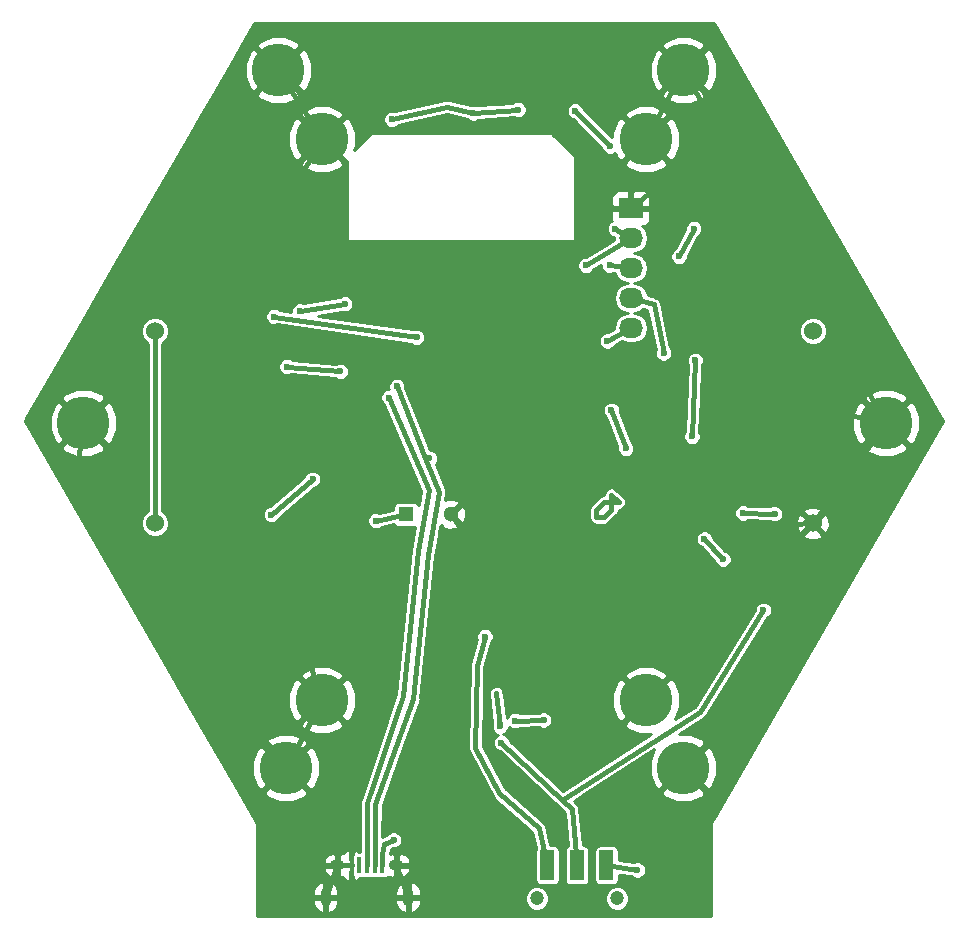
<source format=gbl>
G04 #@! TF.FileFunction,Copper,L2,Bot,Signal*
%FSLAX46Y46*%
G04 Gerber Fmt 4.6, Leading zero omitted, Abs format (unit mm)*
G04 Created by KiCad (PCBNEW 4.0.2+dfsg1-stable) date Sun 09 Sep 2018 01:37:12 AM EDT*
%MOMM*%
G01*
G04 APERTURE LIST*
%ADD10C,0.100000*%
%ADD11R,2.032000X1.727200*%
%ADD12O,2.032000X1.727200*%
%ADD13R,0.390000X1.350000*%
%ADD14O,0.900000X1.560000*%
%ADD15O,1.250000X0.850000*%
%ADD16C,1.200000*%
%ADD17R,1.200000X2.500000*%
%ADD18R,1.300000X1.300000*%
%ADD19C,1.300000*%
%ADD20C,1.524000*%
%ADD21C,4.470400*%
%ADD22C,0.600000*%
%ADD23C,0.381000*%
%ADD24C,0.254000*%
G04 APERTURE END LIST*
D10*
D11*
X99060000Y-37060000D03*
D12*
X99060000Y-39600000D03*
X99060000Y-42140000D03*
X99060000Y-44680000D03*
X99060000Y-47220000D03*
D13*
X78008000Y-92710000D03*
X77358000Y-92710000D03*
X76708000Y-92710000D03*
X76058000Y-92710000D03*
X75408000Y-92710000D03*
D14*
X73208000Y-95410000D03*
X80208000Y-95410000D03*
D15*
X74208000Y-92710000D03*
X79208000Y-92710000D03*
D16*
X97888000Y-95510000D03*
X91088000Y-95510000D03*
D17*
X96988000Y-92710000D03*
X94488000Y-92710000D03*
X91988000Y-92710000D03*
D18*
X80010000Y-62992000D03*
D19*
X83810000Y-62992000D03*
D20*
X114464000Y-47498000D03*
X58764000Y-47498000D03*
X58764000Y-63754000D03*
X114464000Y-63754000D03*
D21*
X72898000Y-31242000D03*
X72898000Y-78740000D03*
X100330000Y-78740000D03*
X100330000Y-31242000D03*
X103505000Y-84455000D03*
X52705000Y-55245000D03*
X120650000Y-55245000D03*
X69850000Y-84455000D03*
X69215000Y-25400000D03*
X103505000Y-25400000D03*
D22*
X87980000Y-80940000D03*
X110260000Y-71100000D03*
X88090000Y-82330000D03*
X78810000Y-29540000D03*
X69920000Y-50490000D03*
X74460000Y-50890000D03*
X71030000Y-45770000D03*
X74840000Y-45170000D03*
X104220000Y-56380000D03*
X104500000Y-49960000D03*
X106850000Y-66790000D03*
X105280000Y-65080000D03*
X89510000Y-28730000D03*
X85710000Y-29020000D03*
X103130000Y-41160000D03*
X104380000Y-38790000D03*
X92330000Y-30290000D03*
X72840000Y-62000000D03*
X74570000Y-56440000D03*
X88850000Y-78150000D03*
X78870000Y-76810000D03*
X83710000Y-78090000D03*
X79270000Y-68980000D03*
X92150000Y-73030000D03*
X65880000Y-60260000D03*
X61760000Y-59730000D03*
X68780000Y-53630000D03*
X70940000Y-52550000D03*
X79630000Y-43530000D03*
X88640000Y-47330000D03*
X88470000Y-49620000D03*
X70140000Y-70450000D03*
X67850000Y-61710000D03*
X66070000Y-66410000D03*
X87050000Y-67990000D03*
X107430000Y-64090000D03*
X112930000Y-53530000D03*
X106450000Y-39170000D03*
X107500000Y-44610000D03*
X67350000Y-40570000D03*
X101600000Y-34925000D03*
X77470000Y-63530000D03*
X97720000Y-38790000D03*
X95250000Y-41910000D03*
X94330000Y-28830000D03*
X97290000Y-31800000D03*
X89230000Y-80450000D03*
X91660000Y-80410000D03*
X98630000Y-57400000D03*
X97410000Y-54170000D03*
X68840000Y-46250000D03*
X80910000Y-48000000D03*
X97060000Y-48310000D03*
X68610000Y-63010000D03*
X72110000Y-60010000D03*
X97260000Y-41910000D03*
X101820000Y-49340000D03*
X108550000Y-62870000D03*
X111230000Y-62950000D03*
X78960000Y-90550000D03*
X86700000Y-73340000D03*
X99590000Y-93100000D03*
X78560000Y-53110000D03*
X81980000Y-58250000D03*
X79240000Y-52160000D03*
D23*
X97395000Y-62605000D02*
X97395000Y-61335000D01*
X97395000Y-61335000D02*
X98030000Y-61970000D01*
X98030000Y-61970000D02*
X96760000Y-61970000D01*
X96760000Y-61970000D02*
X96125000Y-62605000D01*
X96125000Y-62605000D02*
X96125000Y-63240000D01*
X96125000Y-63240000D02*
X96760000Y-63240000D01*
X96760000Y-63240000D02*
X97395000Y-62605000D01*
X87650000Y-78120000D02*
X87980000Y-80940000D01*
X93203754Y-87153005D02*
X104890000Y-79710000D01*
X104890000Y-79710000D02*
X110260000Y-71100000D01*
X94488000Y-92710000D02*
X94070000Y-87970000D01*
X94070000Y-87970000D02*
X93203754Y-87153005D01*
X93203754Y-87153005D02*
X88090000Y-82330000D01*
X83470000Y-28480000D02*
X78810000Y-29540000D01*
X69920000Y-50490000D02*
X74460000Y-50890000D01*
X71030000Y-45770000D02*
X74840000Y-45170000D01*
X104220000Y-56380000D02*
X104500000Y-49960000D01*
X106850000Y-66790000D02*
X105280000Y-65080000D01*
X89510000Y-28730000D02*
X85710000Y-29020000D01*
X85710000Y-29020000D02*
X83470000Y-28480000D01*
X103130000Y-41160000D02*
X104380000Y-38790000D01*
X92330000Y-30290000D02*
X92330000Y-30120000D01*
X70140000Y-70450000D02*
X72840000Y-62000000D01*
X71000000Y-52520000D02*
X74570000Y-56440000D01*
X78870000Y-76810000D02*
X78870000Y-76780000D01*
X83710000Y-78090000D02*
X83650000Y-78090000D01*
X79270000Y-68980000D02*
X79210000Y-69010000D01*
X72898000Y-78740000D02*
X70140000Y-70450000D01*
X92150000Y-73030000D02*
X87050000Y-67990000D01*
X69850000Y-84455000D02*
X52020000Y-60520000D01*
X52020000Y-60520000D02*
X52705000Y-55245000D01*
X72898000Y-78740000D02*
X69850000Y-84455000D01*
X65880000Y-60260000D02*
X61760000Y-59730000D01*
X68780000Y-53630000D02*
X71000000Y-52520000D01*
X71000000Y-52520000D02*
X70940000Y-52550000D01*
X79630000Y-43530000D02*
X67350000Y-40570000D01*
X88640000Y-47330000D02*
X88470000Y-49620000D01*
X70140000Y-70450000D02*
X66070000Y-66410000D01*
X67850000Y-61710000D02*
X66070000Y-66410000D01*
X87050000Y-67990000D02*
X83810000Y-62992000D01*
X80208000Y-95410000D02*
X79208000Y-92710000D01*
X73208000Y-95410000D02*
X80208000Y-95410000D01*
X74208000Y-92710000D02*
X73208000Y-95410000D01*
X75408000Y-92710000D02*
X74208000Y-92710000D01*
X114464000Y-63754000D02*
X107430000Y-64090000D01*
X114464000Y-63754000D02*
X120650000Y-55245000D01*
X103505000Y-25400000D02*
X100330000Y-31242000D01*
X120650000Y-55245000D02*
X103505000Y-25400000D01*
X112930000Y-53530000D02*
X120650000Y-55245000D01*
X106450000Y-39170000D02*
X107500000Y-44610000D01*
X72898000Y-31242000D02*
X69215000Y-25400000D01*
X67350000Y-40570000D02*
X72898000Y-31242000D01*
X99060000Y-37084000D02*
X101600000Y-34925000D01*
X80010000Y-62992000D02*
X77470000Y-63530000D01*
X99060000Y-39600000D02*
X97720000Y-38790000D01*
X95250000Y-41910000D02*
X99060000Y-39624000D01*
X94330000Y-28830000D02*
X97290000Y-31800000D01*
X89230000Y-80450000D02*
X91660000Y-80410000D01*
X98630000Y-57400000D02*
X97410000Y-54170000D01*
X68840000Y-46250000D02*
X80910000Y-48000000D01*
X99060000Y-47220000D02*
X97060000Y-48310000D01*
X68610000Y-63010000D02*
X72110000Y-60010000D01*
X97260000Y-41910000D02*
X99060000Y-42140000D01*
X99060000Y-44680000D02*
X100970000Y-45210000D01*
X100970000Y-45210000D02*
X101820000Y-49340000D01*
X108550000Y-62870000D02*
X111090000Y-62950000D01*
X111090000Y-62950000D02*
X111230000Y-62950000D01*
X78960000Y-90550000D02*
X78190000Y-90940000D01*
X78190000Y-90940000D02*
X77990000Y-91790000D01*
X77990000Y-91790000D02*
X78008000Y-92710000D01*
X91988000Y-92710000D02*
X91280000Y-89550000D01*
X91280000Y-89550000D02*
X87900000Y-86590000D01*
X87900000Y-86590000D02*
X85890000Y-82760000D01*
X85890000Y-82760000D02*
X86030000Y-75830000D01*
X86030000Y-75830000D02*
X86700000Y-73340000D01*
X99590000Y-93100000D02*
X96988000Y-92710000D01*
X58764000Y-63754000D02*
X58764000Y-47498000D01*
X79800000Y-78370000D02*
X76750000Y-87400000D01*
X76750000Y-87400000D02*
X76708000Y-92710000D01*
X81030000Y-66110000D02*
X79800000Y-78370000D01*
X78560000Y-53110000D02*
X81920000Y-60920000D01*
X81920000Y-60920000D02*
X81030000Y-66110000D01*
X81980000Y-58250000D02*
X81659719Y-58216094D01*
X77358000Y-92710000D02*
X77420000Y-87510000D01*
X77420000Y-87510000D02*
X80610000Y-78600000D01*
X81850000Y-66420000D02*
X80610000Y-78600000D01*
X80610000Y-78600000D02*
X80630000Y-78600000D01*
X79240000Y-52160000D02*
X81659719Y-58216094D01*
X81659719Y-58216094D02*
X82800000Y-61070000D01*
X82800000Y-61070000D02*
X81850000Y-66420000D01*
D24*
G36*
X106054208Y-21415157D02*
X125500126Y-55096474D01*
X105989479Y-88889906D01*
X105974636Y-88899824D01*
X105865816Y-89062685D01*
X105827604Y-89254792D01*
X105827604Y-97006047D01*
X67388977Y-97006047D01*
X67388977Y-95537000D01*
X72123000Y-95537000D01*
X72123000Y-95867000D01*
X72254192Y-96272544D01*
X72530592Y-96597013D01*
X72913999Y-96784408D01*
X73081000Y-96657502D01*
X73081000Y-95537000D01*
X73335000Y-95537000D01*
X73335000Y-96657502D01*
X73502001Y-96784408D01*
X73885408Y-96597013D01*
X74161808Y-96272544D01*
X74293000Y-95867000D01*
X74293000Y-95537000D01*
X79123000Y-95537000D01*
X79123000Y-95867000D01*
X79254192Y-96272544D01*
X79530592Y-96597013D01*
X79913999Y-96784408D01*
X80081000Y-96657502D01*
X80081000Y-95537000D01*
X80335000Y-95537000D01*
X80335000Y-96657502D01*
X80502001Y-96784408D01*
X80885408Y-96597013D01*
X81161808Y-96272544D01*
X81293000Y-95867000D01*
X81293000Y-95713387D01*
X90060822Y-95713387D01*
X90216844Y-96090989D01*
X90505492Y-96380140D01*
X90882821Y-96536821D01*
X91291387Y-96537178D01*
X91668989Y-96381156D01*
X91958140Y-96092508D01*
X92114821Y-95715179D01*
X92114822Y-95713387D01*
X96860822Y-95713387D01*
X97016844Y-96090989D01*
X97305492Y-96380140D01*
X97682821Y-96536821D01*
X98091387Y-96537178D01*
X98468989Y-96381156D01*
X98758140Y-96092508D01*
X98914821Y-95715179D01*
X98915178Y-95306613D01*
X98759156Y-94929011D01*
X98470508Y-94639860D01*
X98093179Y-94483179D01*
X97684613Y-94482822D01*
X97307011Y-94638844D01*
X97017860Y-94927492D01*
X96861179Y-95304821D01*
X96860822Y-95713387D01*
X92114822Y-95713387D01*
X92115178Y-95306613D01*
X91959156Y-94929011D01*
X91670508Y-94639860D01*
X91293179Y-94483179D01*
X90884613Y-94482822D01*
X90507011Y-94638844D01*
X90217860Y-94927492D01*
X90061179Y-95304821D01*
X90060822Y-95713387D01*
X81293000Y-95713387D01*
X81293000Y-95537000D01*
X80335000Y-95537000D01*
X80081000Y-95537000D01*
X79123000Y-95537000D01*
X74293000Y-95537000D01*
X73335000Y-95537000D01*
X73081000Y-95537000D01*
X72123000Y-95537000D01*
X67388977Y-95537000D01*
X67388977Y-94953000D01*
X72123000Y-94953000D01*
X72123000Y-95283000D01*
X73081000Y-95283000D01*
X73081000Y-94162498D01*
X73335000Y-94162498D01*
X73335000Y-95283000D01*
X74293000Y-95283000D01*
X74293000Y-94953000D01*
X79123000Y-94953000D01*
X79123000Y-95283000D01*
X80081000Y-95283000D01*
X80081000Y-94162498D01*
X80335000Y-94162498D01*
X80335000Y-95283000D01*
X81293000Y-95283000D01*
X81293000Y-94953000D01*
X81161808Y-94547456D01*
X80885408Y-94222987D01*
X80502001Y-94035592D01*
X80335000Y-94162498D01*
X80081000Y-94162498D01*
X79913999Y-94035592D01*
X79530592Y-94222987D01*
X79254192Y-94547456D01*
X79123000Y-94953000D01*
X74293000Y-94953000D01*
X74161808Y-94547456D01*
X73885408Y-94222987D01*
X73502001Y-94035592D01*
X73335000Y-94162498D01*
X73081000Y-94162498D01*
X72913999Y-94035592D01*
X72530592Y-94222987D01*
X72254192Y-94547456D01*
X72123000Y-94953000D01*
X67388977Y-94953000D01*
X67388977Y-93000062D01*
X72988460Y-93000062D01*
X72990094Y-93029452D01*
X73189826Y-93394671D01*
X73514118Y-93655655D01*
X73913599Y-93772672D01*
X74081000Y-93615606D01*
X74081000Y-92837000D01*
X73115743Y-92837000D01*
X72988460Y-93000062D01*
X67388977Y-93000062D01*
X67388977Y-92419938D01*
X72988460Y-92419938D01*
X73115743Y-92583000D01*
X74081000Y-92583000D01*
X74081000Y-91804394D01*
X74335000Y-91804394D01*
X74335000Y-92583000D01*
X74355000Y-92583000D01*
X74355000Y-92837000D01*
X74335000Y-92837000D01*
X74335000Y-93615606D01*
X74502401Y-93772672D01*
X74666366Y-93724643D01*
X74674673Y-93744699D01*
X74853302Y-93923327D01*
X75086691Y-94020000D01*
X75151750Y-94020000D01*
X75310500Y-93861250D01*
X75310500Y-93240477D01*
X75425906Y-93029452D01*
X75427540Y-93000062D01*
X75310500Y-92850122D01*
X75310500Y-92837002D01*
X75427635Y-92837002D01*
X75427635Y-93385000D01*
X75457409Y-93543237D01*
X75505500Y-93617972D01*
X75505500Y-93861250D01*
X75664250Y-94020000D01*
X75729309Y-94020000D01*
X75962698Y-93923327D01*
X76065661Y-93820365D01*
X76253000Y-93820365D01*
X76387774Y-93795006D01*
X76513000Y-93820365D01*
X76903000Y-93820365D01*
X77037774Y-93795006D01*
X77163000Y-93820365D01*
X77553000Y-93820365D01*
X77687774Y-93795006D01*
X77813000Y-93820365D01*
X78203000Y-93820365D01*
X78361237Y-93790591D01*
X78506567Y-93697073D01*
X78531406Y-93660719D01*
X78913599Y-93772672D01*
X79081000Y-93615606D01*
X79081000Y-92837000D01*
X79335000Y-92837000D01*
X79335000Y-93615606D01*
X79502401Y-93772672D01*
X79901882Y-93655655D01*
X80226174Y-93394671D01*
X80425906Y-93029452D01*
X80427540Y-93000062D01*
X80300257Y-92837000D01*
X79335000Y-92837000D01*
X79081000Y-92837000D01*
X79061000Y-92837000D01*
X79061000Y-92583000D01*
X79081000Y-92583000D01*
X79081000Y-91804394D01*
X79335000Y-91804394D01*
X79335000Y-92583000D01*
X80300257Y-92583000D01*
X80427540Y-92419938D01*
X80425906Y-92390548D01*
X80226174Y-92025329D01*
X79901882Y-91764345D01*
X79502401Y-91647328D01*
X79335000Y-91804394D01*
X79081000Y-91804394D01*
X78913599Y-91647328D01*
X78639007Y-91727762D01*
X78725288Y-91361069D01*
X78891387Y-91276941D01*
X79103975Y-91277126D01*
X79371275Y-91166680D01*
X79575961Y-90962350D01*
X79686874Y-90695244D01*
X79687126Y-90406025D01*
X79576680Y-90138725D01*
X79372350Y-89934039D01*
X79105244Y-89823126D01*
X78816025Y-89822874D01*
X78548725Y-89933320D01*
X78344039Y-90137650D01*
X78327138Y-90178352D01*
X78003776Y-90342132D01*
X78036223Y-87620774D01*
X79780965Y-82747528D01*
X85272626Y-82747528D01*
X85278677Y-82781526D01*
X85275032Y-82815866D01*
X85299621Y-82899194D01*
X85314847Y-82984736D01*
X85333450Y-83013833D01*
X85343223Y-83046951D01*
X87353223Y-86876951D01*
X87424281Y-86964886D01*
X87493179Y-87054546D01*
X90721515Y-89881728D01*
X91024771Y-91235245D01*
X90986936Y-91290619D01*
X90952635Y-91460000D01*
X90952635Y-93960000D01*
X90982409Y-94118237D01*
X91075927Y-94263567D01*
X91218619Y-94361064D01*
X91388000Y-94395365D01*
X92588000Y-94395365D01*
X92746237Y-94365591D01*
X92891567Y-94272073D01*
X92989064Y-94129381D01*
X93023365Y-93960000D01*
X93023365Y-91460000D01*
X92993591Y-91301763D01*
X92900073Y-91156433D01*
X92757381Y-91058936D01*
X92588000Y-91024635D01*
X92243202Y-91024635D01*
X91882561Y-89414996D01*
X91852743Y-89347639D01*
X91833628Y-89276499D01*
X91804430Y-89238502D01*
X91785031Y-89194682D01*
X91731705Y-89143863D01*
X91686821Y-89085454D01*
X88393336Y-86201219D01*
X86510582Y-82613682D01*
X86599913Y-78191771D01*
X87036685Y-78191771D01*
X87321906Y-80629116D01*
X87253126Y-80794756D01*
X87252874Y-81083975D01*
X87363320Y-81351275D01*
X87567650Y-81555961D01*
X87812998Y-81657839D01*
X87678725Y-81713320D01*
X87474039Y-81917650D01*
X87363126Y-82184756D01*
X87362874Y-82473975D01*
X87473320Y-82741275D01*
X87677650Y-82945961D01*
X87944756Y-83056874D01*
X87960724Y-83056888D01*
X92780073Y-87602227D01*
X93475512Y-88258126D01*
X93722515Y-91059073D01*
X93584433Y-91147927D01*
X93486936Y-91290619D01*
X93452635Y-91460000D01*
X93452635Y-93960000D01*
X93482409Y-94118237D01*
X93575927Y-94263567D01*
X93718619Y-94361064D01*
X93888000Y-94395365D01*
X95088000Y-94395365D01*
X95246237Y-94365591D01*
X95391567Y-94272073D01*
X95489064Y-94129381D01*
X95523365Y-93960000D01*
X95523365Y-91460000D01*
X95952635Y-91460000D01*
X95952635Y-93960000D01*
X95982409Y-94118237D01*
X96075927Y-94263567D01*
X96218619Y-94361064D01*
X96388000Y-94395365D01*
X97588000Y-94395365D01*
X97746237Y-94365591D01*
X97891567Y-94272073D01*
X97989064Y-94129381D01*
X98023365Y-93960000D01*
X98023365Y-93489583D01*
X99115000Y-93653202D01*
X99177650Y-93715961D01*
X99444756Y-93826874D01*
X99733975Y-93827126D01*
X100001275Y-93716680D01*
X100205961Y-93512350D01*
X100316874Y-93245244D01*
X100317126Y-92956025D01*
X100206680Y-92688725D01*
X100002350Y-92484039D01*
X99735244Y-92373126D01*
X99446025Y-92372874D01*
X99301909Y-92432421D01*
X98023365Y-92240787D01*
X98023365Y-91460000D01*
X97993591Y-91301763D01*
X97900073Y-91156433D01*
X97757381Y-91058936D01*
X97588000Y-91024635D01*
X96388000Y-91024635D01*
X96229763Y-91054409D01*
X96084433Y-91147927D01*
X95986936Y-91290619D01*
X95952635Y-91460000D01*
X95523365Y-91460000D01*
X95493591Y-91301763D01*
X95400073Y-91156433D01*
X95257381Y-91058936D01*
X95088000Y-91024635D01*
X94959272Y-91024635D01*
X94685113Y-87915756D01*
X94656312Y-87817197D01*
X94633341Y-87717109D01*
X94622687Y-87702132D01*
X94617532Y-87684491D01*
X94553209Y-87604460D01*
X94493682Y-87520778D01*
X94204308Y-87247857D01*
X95378851Y-86499787D01*
X101639818Y-86499787D01*
X101889253Y-86894951D01*
X102945973Y-87327541D01*
X104087800Y-87322812D01*
X105120747Y-86894951D01*
X105370182Y-86499787D01*
X103505000Y-84634605D01*
X101639818Y-86499787D01*
X95378851Y-86499787D01*
X101043465Y-82891978D01*
X100632459Y-83895973D01*
X100637188Y-85037800D01*
X101065049Y-86070747D01*
X101460213Y-86320182D01*
X103325395Y-84455000D01*
X103684605Y-84455000D01*
X105549787Y-86320182D01*
X105944951Y-86070747D01*
X106377541Y-85014027D01*
X106372812Y-83872200D01*
X105944951Y-82839253D01*
X105549787Y-82589818D01*
X103684605Y-84455000D01*
X103325395Y-84455000D01*
X103311253Y-84440858D01*
X103490858Y-84261253D01*
X103505000Y-84275395D01*
X105370182Y-82410213D01*
X105120747Y-82015049D01*
X104064027Y-81582459D01*
X103093225Y-81586480D01*
X105221721Y-80230834D01*
X105233787Y-80219286D01*
X105249010Y-80212413D01*
X105320416Y-80136377D01*
X105395785Y-80064244D01*
X105402515Y-80048955D01*
X105413946Y-80036782D01*
X110579483Y-71754607D01*
X110671275Y-71716680D01*
X110875961Y-71512350D01*
X110986874Y-71245244D01*
X110987126Y-70956025D01*
X110876680Y-70688725D01*
X110672350Y-70484039D01*
X110405244Y-70373126D01*
X110116025Y-70372874D01*
X109848725Y-70483320D01*
X109644039Y-70687650D01*
X109533126Y-70954756D01*
X109533001Y-71098783D01*
X104440163Y-79264395D01*
X102785228Y-80318428D01*
X103202541Y-79299027D01*
X103197812Y-78157200D01*
X102769951Y-77124253D01*
X102374787Y-76874818D01*
X100509605Y-78740000D01*
X100523748Y-78754143D01*
X100344143Y-78933748D01*
X100330000Y-78919605D01*
X98464818Y-80784787D01*
X98714253Y-81179951D01*
X99770973Y-81612541D01*
X100759774Y-81608446D01*
X93277616Y-86373854D01*
X88804225Y-82154803D01*
X88706680Y-81918725D01*
X88502350Y-81714039D01*
X88257002Y-81612161D01*
X88391275Y-81556680D01*
X88595961Y-81352350D01*
X88706874Y-81085244D01*
X88706987Y-80955106D01*
X88817650Y-81065961D01*
X89084756Y-81176874D01*
X89373975Y-81177126D01*
X89641275Y-81066680D01*
X89647250Y-81060715D01*
X91267131Y-81034050D01*
X91514756Y-81136874D01*
X91803975Y-81137126D01*
X92071275Y-81026680D01*
X92275961Y-80822350D01*
X92386874Y-80555244D01*
X92387126Y-80266025D01*
X92276680Y-79998725D01*
X92072350Y-79794039D01*
X91805244Y-79683126D01*
X91516025Y-79682874D01*
X91248725Y-79793320D01*
X91242750Y-79799285D01*
X89622869Y-79825950D01*
X89375244Y-79723126D01*
X89086025Y-79722874D01*
X88818725Y-79833320D01*
X88614039Y-80037650D01*
X88522045Y-80259194D01*
X88278849Y-78180973D01*
X97457459Y-78180973D01*
X97462188Y-79322800D01*
X97890049Y-80355747D01*
X98285213Y-80605182D01*
X100150395Y-78740000D01*
X98285213Y-76874818D01*
X97890049Y-77124253D01*
X97457459Y-78180973D01*
X88278849Y-78180973D01*
X88263315Y-78048229D01*
X88189164Y-77818987D01*
X88032929Y-77635572D01*
X87818398Y-77525905D01*
X87578229Y-77506685D01*
X87348987Y-77580836D01*
X87165572Y-77737071D01*
X87055905Y-77951602D01*
X87036685Y-78191771D01*
X86599913Y-78191771D01*
X86630146Y-76695213D01*
X98464818Y-76695213D01*
X100330000Y-78560395D01*
X102195182Y-76695213D01*
X101945747Y-76300049D01*
X100889027Y-75867459D01*
X99747200Y-75872188D01*
X98714253Y-76300049D01*
X98464818Y-76695213D01*
X86630146Y-76695213D01*
X86645853Y-75917746D01*
X87196393Y-73871710D01*
X87315961Y-73752350D01*
X87426874Y-73485244D01*
X87427126Y-73196025D01*
X87316680Y-72928725D01*
X87112350Y-72724039D01*
X86845244Y-72613126D01*
X86556025Y-72612874D01*
X86288725Y-72723320D01*
X86084039Y-72927650D01*
X85973126Y-73194756D01*
X85972874Y-73483975D01*
X86002502Y-73555680D01*
X85433709Y-75669552D01*
X85428729Y-75744333D01*
X85412626Y-75817528D01*
X85272626Y-82747528D01*
X79780965Y-82747528D01*
X81159098Y-78898264D01*
X81200496Y-78836307D01*
X81247500Y-78600000D01*
X81236382Y-78544107D01*
X82462002Y-66505364D01*
X82689538Y-65223975D01*
X104552874Y-65223975D01*
X104663320Y-65491275D01*
X104867650Y-65695961D01*
X105093249Y-65789638D01*
X106122894Y-66911099D01*
X106122874Y-66933975D01*
X106233320Y-67201275D01*
X106437650Y-67405961D01*
X106704756Y-67516874D01*
X106993975Y-67517126D01*
X107261275Y-67406680D01*
X107465961Y-67202350D01*
X107576874Y-66935244D01*
X107577126Y-66646025D01*
X107466680Y-66378725D01*
X107262350Y-66174039D01*
X107036751Y-66080362D01*
X106007106Y-64958901D01*
X106007126Y-64936025D01*
X105923740Y-64734213D01*
X113663392Y-64734213D01*
X113732857Y-64976397D01*
X114256302Y-65163144D01*
X114811368Y-65135362D01*
X115195143Y-64976397D01*
X115264608Y-64734213D01*
X114464000Y-63933605D01*
X113663392Y-64734213D01*
X105923740Y-64734213D01*
X105896680Y-64668725D01*
X105692350Y-64464039D01*
X105425244Y-64353126D01*
X105136025Y-64352874D01*
X104868725Y-64463320D01*
X104664039Y-64667650D01*
X104553126Y-64934756D01*
X104552874Y-65223975D01*
X82689538Y-65223975D01*
X82916194Y-63947542D01*
X82975130Y-64006478D01*
X83090590Y-63891018D01*
X83146271Y-64121611D01*
X83629078Y-64289622D01*
X84139428Y-64260083D01*
X84473729Y-64121611D01*
X84529410Y-63891016D01*
X83810000Y-63171605D01*
X83795858Y-63185748D01*
X83616252Y-63006142D01*
X83630395Y-62992000D01*
X83989605Y-62992000D01*
X84709016Y-63711410D01*
X84939611Y-63655729D01*
X85107622Y-63172922D01*
X85078083Y-62662572D01*
X85054236Y-62605000D01*
X95507500Y-62605000D01*
X95507500Y-63240000D01*
X95554504Y-63476307D01*
X95688362Y-63676638D01*
X95888693Y-63810496D01*
X96125000Y-63857500D01*
X96760000Y-63857500D01*
X96996307Y-63810496D01*
X97196638Y-63676638D01*
X97831639Y-63041638D01*
X97850122Y-63013975D01*
X107822874Y-63013975D01*
X107933320Y-63281275D01*
X108137650Y-63485961D01*
X108404756Y-63596874D01*
X108693975Y-63597126D01*
X108929613Y-63499763D01*
X110810711Y-63559010D01*
X110817650Y-63565961D01*
X111084756Y-63676874D01*
X111373975Y-63677126D01*
X111641275Y-63566680D01*
X111661688Y-63546302D01*
X113054856Y-63546302D01*
X113082638Y-64101368D01*
X113241603Y-64485143D01*
X113483787Y-64554608D01*
X114284395Y-63754000D01*
X114643605Y-63754000D01*
X115444213Y-64554608D01*
X115686397Y-64485143D01*
X115873144Y-63961698D01*
X115845362Y-63406632D01*
X115686397Y-63022857D01*
X115444213Y-62953392D01*
X114643605Y-63754000D01*
X114284395Y-63754000D01*
X113483787Y-62953392D01*
X113241603Y-63022857D01*
X113054856Y-63546302D01*
X111661688Y-63546302D01*
X111845961Y-63362350D01*
X111956874Y-63095244D01*
X111957126Y-62806025D01*
X111943806Y-62773787D01*
X113663392Y-62773787D01*
X114464000Y-63574395D01*
X115264608Y-62773787D01*
X115195143Y-62531603D01*
X114671698Y-62344856D01*
X114116632Y-62372638D01*
X113732857Y-62531603D01*
X113663392Y-62773787D01*
X111943806Y-62773787D01*
X111846680Y-62538725D01*
X111642350Y-62334039D01*
X111375244Y-62223126D01*
X111086025Y-62222874D01*
X110840471Y-62324335D01*
X108973834Y-62265543D01*
X108962350Y-62254039D01*
X108695244Y-62143126D01*
X108406025Y-62142874D01*
X108138725Y-62253320D01*
X107934039Y-62457650D01*
X107823126Y-62724756D01*
X107822874Y-63013975D01*
X97850122Y-63013975D01*
X97965496Y-62841307D01*
X98012500Y-62605000D01*
X98012500Y-62587500D01*
X98030000Y-62587500D01*
X98266308Y-62540496D01*
X98466639Y-62406639D01*
X98600496Y-62206308D01*
X98647500Y-61970000D01*
X98600496Y-61733693D01*
X98466639Y-61533362D01*
X97831638Y-60898362D01*
X97631307Y-60764504D01*
X97395000Y-60717500D01*
X97158693Y-60764504D01*
X96958362Y-60898362D01*
X96824504Y-61098693D01*
X96777500Y-61335000D01*
X96777500Y-61352500D01*
X96760000Y-61352500D01*
X96523693Y-61399504D01*
X96323362Y-61533361D01*
X95688363Y-62168361D01*
X95688362Y-62168362D01*
X95554504Y-62368693D01*
X95507500Y-62605000D01*
X85054236Y-62605000D01*
X84939611Y-62328271D01*
X84709016Y-62272590D01*
X83989605Y-62992000D01*
X83630395Y-62992000D01*
X83616253Y-62977858D01*
X83795858Y-62798252D01*
X83810000Y-62812395D01*
X84529410Y-62092984D01*
X84473729Y-61862389D01*
X83990922Y-61694378D01*
X83480572Y-61723917D01*
X83297584Y-61799713D01*
X83407989Y-61177961D01*
X83406945Y-61127317D01*
X83417451Y-61077768D01*
X83404486Y-61008014D01*
X83403024Y-60937076D01*
X83382679Y-60890688D01*
X83373423Y-60840888D01*
X82529496Y-58728699D01*
X82595961Y-58662350D01*
X82706874Y-58395244D01*
X82707126Y-58106025D01*
X82596680Y-57838725D01*
X82392350Y-57634039D01*
X82125244Y-57523126D01*
X82047781Y-57523059D01*
X80765588Y-54313975D01*
X96682874Y-54313975D01*
X96793320Y-54581275D01*
X96973399Y-54761668D01*
X97909376Y-57239705D01*
X97903126Y-57254756D01*
X97902874Y-57543975D01*
X98013320Y-57811275D01*
X98217650Y-58015961D01*
X98484756Y-58126874D01*
X98773975Y-58127126D01*
X99041275Y-58016680D01*
X99245961Y-57812350D01*
X99356874Y-57545244D01*
X99357096Y-57289787D01*
X118784818Y-57289787D01*
X119034253Y-57684951D01*
X120090973Y-58117541D01*
X121232800Y-58112812D01*
X122265747Y-57684951D01*
X122515182Y-57289787D01*
X120650000Y-55424605D01*
X118784818Y-57289787D01*
X99357096Y-57289787D01*
X99357126Y-57256025D01*
X99246680Y-56988725D01*
X99066601Y-56808332D01*
X98959197Y-56523975D01*
X103492874Y-56523975D01*
X103603320Y-56791275D01*
X103807650Y-56995961D01*
X104074756Y-57106874D01*
X104363975Y-57107126D01*
X104631275Y-56996680D01*
X104835961Y-56792350D01*
X104946874Y-56525244D01*
X104947126Y-56236025D01*
X104854178Y-56011073D01*
X104911970Y-54685973D01*
X117777459Y-54685973D01*
X117782188Y-55827800D01*
X118210049Y-56860747D01*
X118605213Y-57110182D01*
X120470395Y-55245000D01*
X120829605Y-55245000D01*
X122694787Y-57110182D01*
X123089951Y-56860747D01*
X123522541Y-55804027D01*
X123517812Y-54662200D01*
X123089951Y-53629253D01*
X122694787Y-53379818D01*
X120829605Y-55245000D01*
X120470395Y-55245000D01*
X118605213Y-53379818D01*
X118210049Y-53629253D01*
X117777459Y-54685973D01*
X104911970Y-54685973D01*
X104976769Y-53200213D01*
X118784818Y-53200213D01*
X120650000Y-55065395D01*
X122515182Y-53200213D01*
X122265747Y-52805049D01*
X121209027Y-52372459D01*
X120067200Y-52377188D01*
X119034253Y-52805049D01*
X118784818Y-53200213D01*
X104976769Y-53200213D01*
X105099382Y-50388901D01*
X105115961Y-50372350D01*
X105226874Y-50105244D01*
X105227126Y-49816025D01*
X105116680Y-49548725D01*
X104912350Y-49344039D01*
X104645244Y-49233126D01*
X104356025Y-49232874D01*
X104088725Y-49343320D01*
X103884039Y-49547650D01*
X103773126Y-49814756D01*
X103772874Y-50103975D01*
X103865822Y-50328927D01*
X103620618Y-55951099D01*
X103604039Y-55967650D01*
X103493126Y-56234756D01*
X103492874Y-56523975D01*
X98959197Y-56523975D01*
X98130624Y-54330295D01*
X98136874Y-54315244D01*
X98137126Y-54026025D01*
X98026680Y-53758725D01*
X97822350Y-53554039D01*
X97555244Y-53443126D01*
X97266025Y-53442874D01*
X96998725Y-53553320D01*
X96794039Y-53757650D01*
X96683126Y-54024756D01*
X96682874Y-54313975D01*
X80765588Y-54313975D01*
X79964898Y-52310002D01*
X79966874Y-52305244D01*
X79967126Y-52016025D01*
X79856680Y-51748725D01*
X79652350Y-51544039D01*
X79385244Y-51433126D01*
X79096025Y-51432874D01*
X78828725Y-51543320D01*
X78624039Y-51747650D01*
X78513126Y-52014756D01*
X78512874Y-52303975D01*
X78545521Y-52382987D01*
X78416025Y-52382874D01*
X78148725Y-52493320D01*
X77944039Y-52697650D01*
X77833126Y-52964756D01*
X77832874Y-53253975D01*
X77943320Y-53521275D01*
X78147650Y-53725961D01*
X78153892Y-53728553D01*
X81280460Y-60995964D01*
X81071441Y-62214852D01*
X81065591Y-62183763D01*
X80972073Y-62038433D01*
X80829381Y-61940936D01*
X80660000Y-61906635D01*
X79360000Y-61906635D01*
X79201763Y-61936409D01*
X79056433Y-62029927D01*
X78958936Y-62172619D01*
X78924635Y-62342000D01*
X78924635Y-62590692D01*
X77718759Y-62846110D01*
X77615244Y-62803126D01*
X77326025Y-62802874D01*
X77058725Y-62913320D01*
X76854039Y-63117650D01*
X76743126Y-63384756D01*
X76742874Y-63673975D01*
X76853320Y-63941275D01*
X77057650Y-64145961D01*
X77324756Y-64256874D01*
X77613975Y-64257126D01*
X77881275Y-64146680D01*
X77973579Y-64054537D01*
X78980770Y-63841202D01*
X79047927Y-63945567D01*
X79190619Y-64043064D01*
X79360000Y-64077365D01*
X80660000Y-64077365D01*
X80755119Y-64059467D01*
X80421384Y-66005632D01*
X80421963Y-66027466D01*
X80415584Y-66048358D01*
X79192571Y-78238715D01*
X76164970Y-87202399D01*
X76152354Y-87299363D01*
X76132519Y-87395116D01*
X76099263Y-91599635D01*
X76065661Y-91599635D01*
X75962698Y-91496673D01*
X75729309Y-91400000D01*
X75664250Y-91400000D01*
X75505500Y-91558750D01*
X75505500Y-91801861D01*
X75461936Y-91865619D01*
X75427635Y-92035000D01*
X75427635Y-92582998D01*
X75310500Y-92582998D01*
X75310500Y-92569878D01*
X75427540Y-92419938D01*
X75425906Y-92390548D01*
X75310500Y-92179523D01*
X75310500Y-91558750D01*
X75151750Y-91400000D01*
X75086691Y-91400000D01*
X74853302Y-91496673D01*
X74674673Y-91675301D01*
X74666366Y-91695357D01*
X74502401Y-91647328D01*
X74335000Y-91804394D01*
X74081000Y-91804394D01*
X73913599Y-91647328D01*
X73514118Y-91764345D01*
X73189826Y-92025329D01*
X72990094Y-92390548D01*
X72988460Y-92419938D01*
X67388977Y-92419938D01*
X67388977Y-89254792D01*
X67350765Y-89062685D01*
X67241945Y-88899824D01*
X67227102Y-88889906D01*
X65847166Y-86499787D01*
X67984818Y-86499787D01*
X68234253Y-86894951D01*
X69290973Y-87327541D01*
X70432800Y-87322812D01*
X71465747Y-86894951D01*
X71715182Y-86499787D01*
X69850000Y-84634605D01*
X67984818Y-86499787D01*
X65847166Y-86499787D01*
X64343853Y-83895973D01*
X66977459Y-83895973D01*
X66982188Y-85037800D01*
X67410049Y-86070747D01*
X67805213Y-86320182D01*
X69670395Y-84455000D01*
X70029605Y-84455000D01*
X71894787Y-86320182D01*
X72289951Y-86070747D01*
X72722541Y-85014027D01*
X72717812Y-83872200D01*
X72289951Y-82839253D01*
X71894787Y-82589818D01*
X70029605Y-84455000D01*
X69670395Y-84455000D01*
X67805213Y-82589818D01*
X67410049Y-82839253D01*
X66977459Y-83895973D01*
X64343853Y-83895973D01*
X63486049Y-82410213D01*
X67984818Y-82410213D01*
X69850000Y-84275395D01*
X71715182Y-82410213D01*
X71465747Y-82015049D01*
X70409027Y-81582459D01*
X69267200Y-81587188D01*
X68234253Y-82015049D01*
X67984818Y-82410213D01*
X63486049Y-82410213D01*
X62547609Y-80784787D01*
X71032818Y-80784787D01*
X71282253Y-81179951D01*
X72338973Y-81612541D01*
X73480800Y-81607812D01*
X74513747Y-81179951D01*
X74763182Y-80784787D01*
X72898000Y-78919605D01*
X71032818Y-80784787D01*
X62547609Y-80784787D01*
X61044296Y-78180973D01*
X70025459Y-78180973D01*
X70030188Y-79322800D01*
X70458049Y-80355747D01*
X70853213Y-80605182D01*
X72718395Y-78740000D01*
X73077605Y-78740000D01*
X74942787Y-80605182D01*
X75337951Y-80355747D01*
X75770541Y-79299027D01*
X75765812Y-78157200D01*
X75337951Y-77124253D01*
X74942787Y-76874818D01*
X73077605Y-78740000D01*
X72718395Y-78740000D01*
X70853213Y-76874818D01*
X70458049Y-77124253D01*
X70025459Y-78180973D01*
X61044296Y-78180973D01*
X60186492Y-76695213D01*
X71032818Y-76695213D01*
X72898000Y-78560395D01*
X74763182Y-76695213D01*
X74513747Y-76300049D01*
X73457027Y-75867459D01*
X72315200Y-75872188D01*
X71282253Y-76300049D01*
X71032818Y-76695213D01*
X60186492Y-76695213D01*
X48982758Y-57289787D01*
X50839818Y-57289787D01*
X51089253Y-57684951D01*
X52145973Y-58117541D01*
X53287800Y-58112812D01*
X54320747Y-57684951D01*
X54570182Y-57289787D01*
X52705000Y-55424605D01*
X50839818Y-57289787D01*
X48982758Y-57289787D01*
X47716447Y-55096474D01*
X47953449Y-54685973D01*
X49832459Y-54685973D01*
X49837188Y-55827800D01*
X50265049Y-56860747D01*
X50660213Y-57110182D01*
X52525395Y-55245000D01*
X52884605Y-55245000D01*
X54749787Y-57110182D01*
X55144951Y-56860747D01*
X55577541Y-55804027D01*
X55572812Y-54662200D01*
X55144951Y-53629253D01*
X54749787Y-53379818D01*
X52884605Y-55245000D01*
X52525395Y-55245000D01*
X50660213Y-53379818D01*
X50265049Y-53629253D01*
X49832459Y-54685973D01*
X47953449Y-54685973D01*
X48811253Y-53200213D01*
X50839818Y-53200213D01*
X52705000Y-55065395D01*
X54570182Y-53200213D01*
X54320747Y-52805049D01*
X53264027Y-52372459D01*
X52122200Y-52377188D01*
X51089253Y-52805049D01*
X50839818Y-53200213D01*
X48811253Y-53200213D01*
X51967481Y-47733469D01*
X57574794Y-47733469D01*
X57755427Y-48170635D01*
X58089606Y-48505397D01*
X58146500Y-48529021D01*
X58146500Y-62722646D01*
X58091365Y-62745427D01*
X57756603Y-63079606D01*
X57575207Y-63516456D01*
X57574794Y-63989469D01*
X57755427Y-64426635D01*
X58089606Y-64761397D01*
X58526456Y-64942793D01*
X58999469Y-64943206D01*
X59436635Y-64762573D01*
X59771397Y-64428394D01*
X59952793Y-63991544D01*
X59953206Y-63518531D01*
X59802575Y-63153975D01*
X67882874Y-63153975D01*
X67993320Y-63421275D01*
X68197650Y-63625961D01*
X68464756Y-63736874D01*
X68753975Y-63737126D01*
X69021275Y-63626680D01*
X69225961Y-63422350D01*
X69307852Y-63225137D01*
X72210575Y-60737088D01*
X72253975Y-60737126D01*
X72521275Y-60626680D01*
X72725961Y-60422350D01*
X72836874Y-60155244D01*
X72837126Y-59866025D01*
X72726680Y-59598725D01*
X72522350Y-59394039D01*
X72255244Y-59283126D01*
X71966025Y-59282874D01*
X71698725Y-59393320D01*
X71494039Y-59597650D01*
X71412149Y-59794863D01*
X68509424Y-62282912D01*
X68466025Y-62282874D01*
X68198725Y-62393320D01*
X67994039Y-62597650D01*
X67883126Y-62864756D01*
X67882874Y-63153975D01*
X59802575Y-63153975D01*
X59772573Y-63081365D01*
X59438394Y-62746603D01*
X59381500Y-62722979D01*
X59381500Y-50633975D01*
X69192874Y-50633975D01*
X69303320Y-50901275D01*
X69507650Y-51105961D01*
X69774756Y-51216874D01*
X70063975Y-51217126D01*
X70252584Y-51139194D01*
X74012188Y-51470437D01*
X74047650Y-51505961D01*
X74314756Y-51616874D01*
X74603975Y-51617126D01*
X74871275Y-51506680D01*
X75075961Y-51302350D01*
X75186874Y-51035244D01*
X75187126Y-50746025D01*
X75076680Y-50478725D01*
X74872350Y-50274039D01*
X74605244Y-50163126D01*
X74316025Y-50162874D01*
X74127416Y-50240806D01*
X70367812Y-49909563D01*
X70332350Y-49874039D01*
X70065244Y-49763126D01*
X69776025Y-49762874D01*
X69508725Y-49873320D01*
X69304039Y-50077650D01*
X69193126Y-50344756D01*
X69192874Y-50633975D01*
X59381500Y-50633975D01*
X59381500Y-48529354D01*
X59436635Y-48506573D01*
X59771397Y-48172394D01*
X59952793Y-47735544D01*
X59953206Y-47262531D01*
X59772573Y-46825365D01*
X59438394Y-46490603D01*
X59205688Y-46393975D01*
X68112874Y-46393975D01*
X68223320Y-46661275D01*
X68427650Y-46865961D01*
X68694756Y-46976874D01*
X68983975Y-46977126D01*
X69131410Y-46916207D01*
X80437201Y-48555406D01*
X80497650Y-48615961D01*
X80764756Y-48726874D01*
X81053975Y-48727126D01*
X81321275Y-48616680D01*
X81525961Y-48412350D01*
X81636874Y-48145244D01*
X81637126Y-47856025D01*
X81526680Y-47588725D01*
X81322350Y-47384039D01*
X81055244Y-47273126D01*
X80766025Y-47272874D01*
X80618590Y-47333793D01*
X72522865Y-46160013D01*
X74557008Y-45839675D01*
X74694756Y-45896874D01*
X74983975Y-45897126D01*
X75251275Y-45786680D01*
X75455961Y-45582350D01*
X75566874Y-45315244D01*
X75567126Y-45026025D01*
X75456680Y-44758725D01*
X75252350Y-44554039D01*
X74985244Y-44443126D01*
X74696025Y-44442874D01*
X74428725Y-44553320D01*
X74361719Y-44620209D01*
X71312991Y-45100324D01*
X71175244Y-45043126D01*
X70886025Y-45042874D01*
X70618725Y-45153320D01*
X70414039Y-45357650D01*
X70303126Y-45624756D01*
X70302940Y-45838152D01*
X69312799Y-45694594D01*
X69252350Y-45634039D01*
X68985244Y-45523126D01*
X68696025Y-45522874D01*
X68428725Y-45633320D01*
X68224039Y-45837650D01*
X68113126Y-46104756D01*
X68112874Y-46393975D01*
X59205688Y-46393975D01*
X59001544Y-46309207D01*
X58528531Y-46308794D01*
X58091365Y-46489427D01*
X57756603Y-46823606D01*
X57575207Y-47260456D01*
X57574794Y-47733469D01*
X51967481Y-47733469D01*
X55246540Y-42053975D01*
X94522874Y-42053975D01*
X94633320Y-42321275D01*
X94837650Y-42525961D01*
X95104756Y-42636874D01*
X95393975Y-42637126D01*
X95661275Y-42526680D01*
X95865961Y-42322350D01*
X95900140Y-42240039D01*
X96533043Y-41860297D01*
X96532874Y-42053975D01*
X96643320Y-42321275D01*
X96847650Y-42525961D01*
X97114756Y-42636874D01*
X97403975Y-42637126D01*
X97563334Y-42571280D01*
X97677416Y-42585857D01*
X97686971Y-42633891D01*
X97966738Y-43052592D01*
X98385439Y-43332359D01*
X98775767Y-43410000D01*
X98385439Y-43487641D01*
X97966738Y-43767408D01*
X97686971Y-44186109D01*
X97588730Y-44680000D01*
X97686971Y-45173891D01*
X97966738Y-45592592D01*
X98385439Y-45872359D01*
X98775767Y-45950000D01*
X98385439Y-46027641D01*
X97966738Y-46307408D01*
X97686971Y-46726109D01*
X97588730Y-47220000D01*
X97606423Y-47308948D01*
X97103506Y-47583037D01*
X96916025Y-47582874D01*
X96648725Y-47693320D01*
X96444039Y-47897650D01*
X96333126Y-48164756D01*
X96332874Y-48453975D01*
X96443320Y-48721275D01*
X96647650Y-48925961D01*
X96914756Y-49036874D01*
X97203975Y-49037126D01*
X97471275Y-48926680D01*
X97675961Y-48722350D01*
X97700003Y-48664450D01*
X98285313Y-48345457D01*
X98385439Y-48412359D01*
X98879330Y-48510600D01*
X99240670Y-48510600D01*
X99734561Y-48412359D01*
X100153262Y-48132592D01*
X100433029Y-47713891D01*
X100531270Y-47220000D01*
X100433029Y-46726109D01*
X100153262Y-46307408D01*
X99734561Y-46027641D01*
X99344233Y-45950000D01*
X99734561Y-45872359D01*
X100119840Y-45614924D01*
X100441252Y-45704112D01*
X101137614Y-49087617D01*
X101093126Y-49194756D01*
X101092874Y-49483975D01*
X101203320Y-49751275D01*
X101407650Y-49955961D01*
X101674756Y-50066874D01*
X101963975Y-50067126D01*
X102231275Y-49956680D01*
X102435961Y-49752350D01*
X102546874Y-49485244D01*
X102547126Y-49196025D01*
X102436680Y-48928725D01*
X102347388Y-48839277D01*
X102119801Y-47733469D01*
X113274794Y-47733469D01*
X113455427Y-48170635D01*
X113789606Y-48505397D01*
X114226456Y-48686793D01*
X114699469Y-48687206D01*
X115136635Y-48506573D01*
X115471397Y-48172394D01*
X115652793Y-47735544D01*
X115653206Y-47262531D01*
X115472573Y-46825365D01*
X115138394Y-46490603D01*
X114701544Y-46309207D01*
X114228531Y-46308794D01*
X113791365Y-46489427D01*
X113456603Y-46823606D01*
X113275207Y-47260456D01*
X113274794Y-47733469D01*
X102119801Y-47733469D01*
X101574823Y-45085521D01*
X101537521Y-44997127D01*
X101507490Y-44906010D01*
X101490984Y-44886847D01*
X101481148Y-44863540D01*
X101412863Y-44796155D01*
X101350245Y-44723460D01*
X101327654Y-44712069D01*
X101309654Y-44694306D01*
X101220788Y-44658184D01*
X101135110Y-44614983D01*
X100482305Y-44433838D01*
X100433029Y-44186109D01*
X100153262Y-43767408D01*
X99734561Y-43487641D01*
X99344233Y-43410000D01*
X99734561Y-43332359D01*
X100153262Y-43052592D01*
X100433029Y-42633891D01*
X100531270Y-42140000D01*
X100433029Y-41646109D01*
X100204423Y-41303975D01*
X102402874Y-41303975D01*
X102513320Y-41571275D01*
X102717650Y-41775961D01*
X102984756Y-41886874D01*
X103273975Y-41887126D01*
X103541275Y-41776680D01*
X103745961Y-41572350D01*
X103856874Y-41305244D01*
X103857048Y-41105160D01*
X104742170Y-39426970D01*
X104791275Y-39406680D01*
X104995961Y-39202350D01*
X105106874Y-38935244D01*
X105107126Y-38646025D01*
X104996680Y-38378725D01*
X104792350Y-38174039D01*
X104525244Y-38063126D01*
X104236025Y-38062874D01*
X103968725Y-38173320D01*
X103764039Y-38377650D01*
X103653126Y-38644756D01*
X103652952Y-38844840D01*
X102767830Y-40523030D01*
X102718725Y-40543320D01*
X102514039Y-40747650D01*
X102403126Y-41014756D01*
X102402874Y-41303975D01*
X100204423Y-41303975D01*
X100153262Y-41227408D01*
X99734561Y-40947641D01*
X99344233Y-40870000D01*
X99734561Y-40792359D01*
X100153262Y-40512592D01*
X100433029Y-40093891D01*
X100531270Y-39600000D01*
X100433029Y-39106109D01*
X100153262Y-38687408D01*
X99960487Y-38558600D01*
X100202309Y-38558600D01*
X100435698Y-38461927D01*
X100614327Y-38283299D01*
X100711000Y-38049910D01*
X100711000Y-37345750D01*
X100552250Y-37187000D01*
X99187000Y-37187000D01*
X99187000Y-37207000D01*
X98933000Y-37207000D01*
X98933000Y-37187000D01*
X97567750Y-37187000D01*
X97409000Y-37345750D01*
X97409000Y-38049910D01*
X97437994Y-38119907D01*
X97308725Y-38173320D01*
X97104039Y-38377650D01*
X96993126Y-38644756D01*
X96992874Y-38933975D01*
X97103320Y-39201275D01*
X97307650Y-39405961D01*
X97574756Y-39516874D01*
X97605259Y-39516901D01*
X97588730Y-39600000D01*
X97621897Y-39766739D01*
X95261447Y-41183009D01*
X95106025Y-41182874D01*
X94838725Y-41293320D01*
X94634039Y-41497650D01*
X94523126Y-41764756D01*
X94522874Y-42053975D01*
X55246540Y-42053975D01*
X60308281Y-33286787D01*
X71032818Y-33286787D01*
X71282253Y-33681951D01*
X72338973Y-34114541D01*
X73480800Y-34109812D01*
X74513747Y-33681951D01*
X74763182Y-33286787D01*
X72898000Y-31421605D01*
X71032818Y-33286787D01*
X60308281Y-33286787D01*
X61811595Y-30682973D01*
X70025459Y-30682973D01*
X70030188Y-31824800D01*
X70458049Y-32857747D01*
X70853213Y-33107182D01*
X72718395Y-31242000D01*
X73077605Y-31242000D01*
X74942787Y-33107182D01*
X75043000Y-33043926D01*
X75043000Y-39745000D01*
X75051685Y-39791159D01*
X75078965Y-39833553D01*
X75120590Y-39861994D01*
X75170000Y-39872000D01*
X94220000Y-39872000D01*
X94266159Y-39863315D01*
X94308553Y-39836035D01*
X94336994Y-39794410D01*
X94347000Y-39745000D01*
X94347000Y-36070090D01*
X97409000Y-36070090D01*
X97409000Y-36774250D01*
X97567750Y-36933000D01*
X98933000Y-36933000D01*
X98933000Y-35720150D01*
X99187000Y-35720150D01*
X99187000Y-36933000D01*
X100552250Y-36933000D01*
X100711000Y-36774250D01*
X100711000Y-36070090D01*
X100614327Y-35836701D01*
X100435698Y-35658073D01*
X100202309Y-35561400D01*
X99345750Y-35561400D01*
X99187000Y-35720150D01*
X98933000Y-35720150D01*
X98774250Y-35561400D01*
X97917691Y-35561400D01*
X97684302Y-35658073D01*
X97505673Y-35836701D01*
X97409000Y-36070090D01*
X94347000Y-36070090D01*
X94347000Y-33286787D01*
X98464818Y-33286787D01*
X98714253Y-33681951D01*
X99770973Y-34114541D01*
X100912800Y-34109812D01*
X101945747Y-33681951D01*
X102195182Y-33286787D01*
X100330000Y-31421605D01*
X98464818Y-33286787D01*
X94347000Y-33286787D01*
X94347000Y-32760000D01*
X94337666Y-32712211D01*
X94309803Y-32670197D01*
X92404803Y-30765197D01*
X92364410Y-30738006D01*
X92315000Y-30728000D01*
X77075000Y-30728000D01*
X77027211Y-30737334D01*
X76985197Y-30765197D01*
X75646595Y-32103799D01*
X75770541Y-31801027D01*
X75765812Y-30659200D01*
X75361861Y-29683975D01*
X78082874Y-29683975D01*
X78193320Y-29951275D01*
X78397650Y-30155961D01*
X78664756Y-30266874D01*
X78953975Y-30267126D01*
X79221275Y-30156680D01*
X79321118Y-30057011D01*
X83465910Y-29114204D01*
X85192247Y-29530374D01*
X85297650Y-29635961D01*
X85564756Y-29746874D01*
X85853975Y-29747126D01*
X86121275Y-29636680D01*
X86152482Y-29605528D01*
X89168453Y-29375361D01*
X89364756Y-29456874D01*
X89653975Y-29457126D01*
X89921275Y-29346680D01*
X90125961Y-29142350D01*
X90195876Y-28973975D01*
X93602874Y-28973975D01*
X93713320Y-29241275D01*
X93917650Y-29445961D01*
X94181111Y-29555360D01*
X96563718Y-31946016D01*
X96673320Y-32211275D01*
X96877650Y-32415961D01*
X97144756Y-32526874D01*
X97433975Y-32527126D01*
X97701275Y-32416680D01*
X97705575Y-32412388D01*
X97890049Y-32857747D01*
X98285213Y-33107182D01*
X100150395Y-31242000D01*
X100509605Y-31242000D01*
X102374787Y-33107182D01*
X102769951Y-32857747D01*
X103202541Y-31801027D01*
X103197812Y-30659200D01*
X102769951Y-29626253D01*
X102374787Y-29376818D01*
X100509605Y-31242000D01*
X100150395Y-31242000D01*
X98285213Y-29376818D01*
X97890049Y-29626253D01*
X97457459Y-30682973D01*
X97459116Y-31083039D01*
X97438891Y-31074640D01*
X95567785Y-29197213D01*
X98464818Y-29197213D01*
X100330000Y-31062395D01*
X102195182Y-29197213D01*
X101945747Y-28802049D01*
X100889027Y-28369459D01*
X99747200Y-28374188D01*
X98714253Y-28802049D01*
X98464818Y-29197213D01*
X95567785Y-29197213D01*
X95056282Y-28683983D01*
X94946680Y-28418725D01*
X94742350Y-28214039D01*
X94475244Y-28103126D01*
X94186025Y-28102874D01*
X93918725Y-28213320D01*
X93714039Y-28417650D01*
X93603126Y-28684756D01*
X93602874Y-28973975D01*
X90195876Y-28973975D01*
X90236874Y-28875244D01*
X90237126Y-28586025D01*
X90126680Y-28318725D01*
X89922350Y-28114039D01*
X89655244Y-28003126D01*
X89366025Y-28002874D01*
X89098725Y-28113320D01*
X89067518Y-28144472D01*
X86051547Y-28374639D01*
X85855244Y-28293126D01*
X85566025Y-28292874D01*
X85478556Y-28329016D01*
X83614716Y-27879697D01*
X83593611Y-27878848D01*
X83573884Y-27871301D01*
X83473909Y-27874032D01*
X83373974Y-27870012D01*
X83354151Y-27877304D01*
X83333038Y-27877881D01*
X79049474Y-28852254D01*
X78955244Y-28813126D01*
X78666025Y-28812874D01*
X78398725Y-28923320D01*
X78194039Y-29127650D01*
X78083126Y-29394756D01*
X78082874Y-29683975D01*
X75361861Y-29683975D01*
X75337951Y-29626253D01*
X74942787Y-29376818D01*
X73077605Y-31242000D01*
X72718395Y-31242000D01*
X70853213Y-29376818D01*
X70458049Y-29626253D01*
X70025459Y-30682973D01*
X61811595Y-30682973D01*
X62669399Y-29197213D01*
X71032818Y-29197213D01*
X72898000Y-31062395D01*
X74763182Y-29197213D01*
X74513747Y-28802049D01*
X73457027Y-28369459D01*
X72315200Y-28374188D01*
X71282253Y-28802049D01*
X71032818Y-29197213D01*
X62669399Y-29197213D01*
X63681164Y-27444787D01*
X67349818Y-27444787D01*
X67599253Y-27839951D01*
X68655973Y-28272541D01*
X69797800Y-28267812D01*
X70830747Y-27839951D01*
X71080182Y-27444787D01*
X101639818Y-27444787D01*
X101889253Y-27839951D01*
X102945973Y-28272541D01*
X104087800Y-28267812D01*
X105120747Y-27839951D01*
X105370182Y-27444787D01*
X103505000Y-25579605D01*
X101639818Y-27444787D01*
X71080182Y-27444787D01*
X69215000Y-25579605D01*
X67349818Y-27444787D01*
X63681164Y-27444787D01*
X65184478Y-24840973D01*
X66342459Y-24840973D01*
X66347188Y-25982800D01*
X66775049Y-27015747D01*
X67170213Y-27265182D01*
X69035395Y-25400000D01*
X69394605Y-25400000D01*
X71259787Y-27265182D01*
X71654951Y-27015747D01*
X72087541Y-25959027D01*
X72082911Y-24840973D01*
X100632459Y-24840973D01*
X100637188Y-25982800D01*
X101065049Y-27015747D01*
X101460213Y-27265182D01*
X103325395Y-25400000D01*
X103684605Y-25400000D01*
X105549787Y-27265182D01*
X105944951Y-27015747D01*
X106377541Y-25959027D01*
X106372812Y-24817200D01*
X105944951Y-23784253D01*
X105549787Y-23534818D01*
X103684605Y-25400000D01*
X103325395Y-25400000D01*
X101460213Y-23534818D01*
X101065049Y-23784253D01*
X100632459Y-24840973D01*
X72082911Y-24840973D01*
X72082812Y-24817200D01*
X71654951Y-23784253D01*
X71259787Y-23534818D01*
X69394605Y-25400000D01*
X69035395Y-25400000D01*
X67170213Y-23534818D01*
X66775049Y-23784253D01*
X66342459Y-24840973D01*
X65184478Y-24840973D01*
X66042282Y-23355213D01*
X67349818Y-23355213D01*
X69215000Y-25220395D01*
X71080182Y-23355213D01*
X101639818Y-23355213D01*
X103505000Y-25220395D01*
X105370182Y-23355213D01*
X105120747Y-22960049D01*
X104064027Y-22527459D01*
X102922200Y-22532188D01*
X101889253Y-22960049D01*
X101639818Y-23355213D01*
X71080182Y-23355213D01*
X70830747Y-22960049D01*
X69774027Y-22527459D01*
X68632200Y-22532188D01*
X67599253Y-22960049D01*
X67349818Y-23355213D01*
X66042282Y-23355213D01*
X67162376Y-21415156D01*
X106054208Y-21415157D01*
X106054208Y-21415157D01*
G37*
X106054208Y-21415157D02*
X125500126Y-55096474D01*
X105989479Y-88889906D01*
X105974636Y-88899824D01*
X105865816Y-89062685D01*
X105827604Y-89254792D01*
X105827604Y-97006047D01*
X67388977Y-97006047D01*
X67388977Y-95537000D01*
X72123000Y-95537000D01*
X72123000Y-95867000D01*
X72254192Y-96272544D01*
X72530592Y-96597013D01*
X72913999Y-96784408D01*
X73081000Y-96657502D01*
X73081000Y-95537000D01*
X73335000Y-95537000D01*
X73335000Y-96657502D01*
X73502001Y-96784408D01*
X73885408Y-96597013D01*
X74161808Y-96272544D01*
X74293000Y-95867000D01*
X74293000Y-95537000D01*
X79123000Y-95537000D01*
X79123000Y-95867000D01*
X79254192Y-96272544D01*
X79530592Y-96597013D01*
X79913999Y-96784408D01*
X80081000Y-96657502D01*
X80081000Y-95537000D01*
X80335000Y-95537000D01*
X80335000Y-96657502D01*
X80502001Y-96784408D01*
X80885408Y-96597013D01*
X81161808Y-96272544D01*
X81293000Y-95867000D01*
X81293000Y-95713387D01*
X90060822Y-95713387D01*
X90216844Y-96090989D01*
X90505492Y-96380140D01*
X90882821Y-96536821D01*
X91291387Y-96537178D01*
X91668989Y-96381156D01*
X91958140Y-96092508D01*
X92114821Y-95715179D01*
X92114822Y-95713387D01*
X96860822Y-95713387D01*
X97016844Y-96090989D01*
X97305492Y-96380140D01*
X97682821Y-96536821D01*
X98091387Y-96537178D01*
X98468989Y-96381156D01*
X98758140Y-96092508D01*
X98914821Y-95715179D01*
X98915178Y-95306613D01*
X98759156Y-94929011D01*
X98470508Y-94639860D01*
X98093179Y-94483179D01*
X97684613Y-94482822D01*
X97307011Y-94638844D01*
X97017860Y-94927492D01*
X96861179Y-95304821D01*
X96860822Y-95713387D01*
X92114822Y-95713387D01*
X92115178Y-95306613D01*
X91959156Y-94929011D01*
X91670508Y-94639860D01*
X91293179Y-94483179D01*
X90884613Y-94482822D01*
X90507011Y-94638844D01*
X90217860Y-94927492D01*
X90061179Y-95304821D01*
X90060822Y-95713387D01*
X81293000Y-95713387D01*
X81293000Y-95537000D01*
X80335000Y-95537000D01*
X80081000Y-95537000D01*
X79123000Y-95537000D01*
X74293000Y-95537000D01*
X73335000Y-95537000D01*
X73081000Y-95537000D01*
X72123000Y-95537000D01*
X67388977Y-95537000D01*
X67388977Y-94953000D01*
X72123000Y-94953000D01*
X72123000Y-95283000D01*
X73081000Y-95283000D01*
X73081000Y-94162498D01*
X73335000Y-94162498D01*
X73335000Y-95283000D01*
X74293000Y-95283000D01*
X74293000Y-94953000D01*
X79123000Y-94953000D01*
X79123000Y-95283000D01*
X80081000Y-95283000D01*
X80081000Y-94162498D01*
X80335000Y-94162498D01*
X80335000Y-95283000D01*
X81293000Y-95283000D01*
X81293000Y-94953000D01*
X81161808Y-94547456D01*
X80885408Y-94222987D01*
X80502001Y-94035592D01*
X80335000Y-94162498D01*
X80081000Y-94162498D01*
X79913999Y-94035592D01*
X79530592Y-94222987D01*
X79254192Y-94547456D01*
X79123000Y-94953000D01*
X74293000Y-94953000D01*
X74161808Y-94547456D01*
X73885408Y-94222987D01*
X73502001Y-94035592D01*
X73335000Y-94162498D01*
X73081000Y-94162498D01*
X72913999Y-94035592D01*
X72530592Y-94222987D01*
X72254192Y-94547456D01*
X72123000Y-94953000D01*
X67388977Y-94953000D01*
X67388977Y-93000062D01*
X72988460Y-93000062D01*
X72990094Y-93029452D01*
X73189826Y-93394671D01*
X73514118Y-93655655D01*
X73913599Y-93772672D01*
X74081000Y-93615606D01*
X74081000Y-92837000D01*
X73115743Y-92837000D01*
X72988460Y-93000062D01*
X67388977Y-93000062D01*
X67388977Y-92419938D01*
X72988460Y-92419938D01*
X73115743Y-92583000D01*
X74081000Y-92583000D01*
X74081000Y-91804394D01*
X74335000Y-91804394D01*
X74335000Y-92583000D01*
X74355000Y-92583000D01*
X74355000Y-92837000D01*
X74335000Y-92837000D01*
X74335000Y-93615606D01*
X74502401Y-93772672D01*
X74666366Y-93724643D01*
X74674673Y-93744699D01*
X74853302Y-93923327D01*
X75086691Y-94020000D01*
X75151750Y-94020000D01*
X75310500Y-93861250D01*
X75310500Y-93240477D01*
X75425906Y-93029452D01*
X75427540Y-93000062D01*
X75310500Y-92850122D01*
X75310500Y-92837002D01*
X75427635Y-92837002D01*
X75427635Y-93385000D01*
X75457409Y-93543237D01*
X75505500Y-93617972D01*
X75505500Y-93861250D01*
X75664250Y-94020000D01*
X75729309Y-94020000D01*
X75962698Y-93923327D01*
X76065661Y-93820365D01*
X76253000Y-93820365D01*
X76387774Y-93795006D01*
X76513000Y-93820365D01*
X76903000Y-93820365D01*
X77037774Y-93795006D01*
X77163000Y-93820365D01*
X77553000Y-93820365D01*
X77687774Y-93795006D01*
X77813000Y-93820365D01*
X78203000Y-93820365D01*
X78361237Y-93790591D01*
X78506567Y-93697073D01*
X78531406Y-93660719D01*
X78913599Y-93772672D01*
X79081000Y-93615606D01*
X79081000Y-92837000D01*
X79335000Y-92837000D01*
X79335000Y-93615606D01*
X79502401Y-93772672D01*
X79901882Y-93655655D01*
X80226174Y-93394671D01*
X80425906Y-93029452D01*
X80427540Y-93000062D01*
X80300257Y-92837000D01*
X79335000Y-92837000D01*
X79081000Y-92837000D01*
X79061000Y-92837000D01*
X79061000Y-92583000D01*
X79081000Y-92583000D01*
X79081000Y-91804394D01*
X79335000Y-91804394D01*
X79335000Y-92583000D01*
X80300257Y-92583000D01*
X80427540Y-92419938D01*
X80425906Y-92390548D01*
X80226174Y-92025329D01*
X79901882Y-91764345D01*
X79502401Y-91647328D01*
X79335000Y-91804394D01*
X79081000Y-91804394D01*
X78913599Y-91647328D01*
X78639007Y-91727762D01*
X78725288Y-91361069D01*
X78891387Y-91276941D01*
X79103975Y-91277126D01*
X79371275Y-91166680D01*
X79575961Y-90962350D01*
X79686874Y-90695244D01*
X79687126Y-90406025D01*
X79576680Y-90138725D01*
X79372350Y-89934039D01*
X79105244Y-89823126D01*
X78816025Y-89822874D01*
X78548725Y-89933320D01*
X78344039Y-90137650D01*
X78327138Y-90178352D01*
X78003776Y-90342132D01*
X78036223Y-87620774D01*
X79780965Y-82747528D01*
X85272626Y-82747528D01*
X85278677Y-82781526D01*
X85275032Y-82815866D01*
X85299621Y-82899194D01*
X85314847Y-82984736D01*
X85333450Y-83013833D01*
X85343223Y-83046951D01*
X87353223Y-86876951D01*
X87424281Y-86964886D01*
X87493179Y-87054546D01*
X90721515Y-89881728D01*
X91024771Y-91235245D01*
X90986936Y-91290619D01*
X90952635Y-91460000D01*
X90952635Y-93960000D01*
X90982409Y-94118237D01*
X91075927Y-94263567D01*
X91218619Y-94361064D01*
X91388000Y-94395365D01*
X92588000Y-94395365D01*
X92746237Y-94365591D01*
X92891567Y-94272073D01*
X92989064Y-94129381D01*
X93023365Y-93960000D01*
X93023365Y-91460000D01*
X92993591Y-91301763D01*
X92900073Y-91156433D01*
X92757381Y-91058936D01*
X92588000Y-91024635D01*
X92243202Y-91024635D01*
X91882561Y-89414996D01*
X91852743Y-89347639D01*
X91833628Y-89276499D01*
X91804430Y-89238502D01*
X91785031Y-89194682D01*
X91731705Y-89143863D01*
X91686821Y-89085454D01*
X88393336Y-86201219D01*
X86510582Y-82613682D01*
X86599913Y-78191771D01*
X87036685Y-78191771D01*
X87321906Y-80629116D01*
X87253126Y-80794756D01*
X87252874Y-81083975D01*
X87363320Y-81351275D01*
X87567650Y-81555961D01*
X87812998Y-81657839D01*
X87678725Y-81713320D01*
X87474039Y-81917650D01*
X87363126Y-82184756D01*
X87362874Y-82473975D01*
X87473320Y-82741275D01*
X87677650Y-82945961D01*
X87944756Y-83056874D01*
X87960724Y-83056888D01*
X92780073Y-87602227D01*
X93475512Y-88258126D01*
X93722515Y-91059073D01*
X93584433Y-91147927D01*
X93486936Y-91290619D01*
X93452635Y-91460000D01*
X93452635Y-93960000D01*
X93482409Y-94118237D01*
X93575927Y-94263567D01*
X93718619Y-94361064D01*
X93888000Y-94395365D01*
X95088000Y-94395365D01*
X95246237Y-94365591D01*
X95391567Y-94272073D01*
X95489064Y-94129381D01*
X95523365Y-93960000D01*
X95523365Y-91460000D01*
X95952635Y-91460000D01*
X95952635Y-93960000D01*
X95982409Y-94118237D01*
X96075927Y-94263567D01*
X96218619Y-94361064D01*
X96388000Y-94395365D01*
X97588000Y-94395365D01*
X97746237Y-94365591D01*
X97891567Y-94272073D01*
X97989064Y-94129381D01*
X98023365Y-93960000D01*
X98023365Y-93489583D01*
X99115000Y-93653202D01*
X99177650Y-93715961D01*
X99444756Y-93826874D01*
X99733975Y-93827126D01*
X100001275Y-93716680D01*
X100205961Y-93512350D01*
X100316874Y-93245244D01*
X100317126Y-92956025D01*
X100206680Y-92688725D01*
X100002350Y-92484039D01*
X99735244Y-92373126D01*
X99446025Y-92372874D01*
X99301909Y-92432421D01*
X98023365Y-92240787D01*
X98023365Y-91460000D01*
X97993591Y-91301763D01*
X97900073Y-91156433D01*
X97757381Y-91058936D01*
X97588000Y-91024635D01*
X96388000Y-91024635D01*
X96229763Y-91054409D01*
X96084433Y-91147927D01*
X95986936Y-91290619D01*
X95952635Y-91460000D01*
X95523365Y-91460000D01*
X95493591Y-91301763D01*
X95400073Y-91156433D01*
X95257381Y-91058936D01*
X95088000Y-91024635D01*
X94959272Y-91024635D01*
X94685113Y-87915756D01*
X94656312Y-87817197D01*
X94633341Y-87717109D01*
X94622687Y-87702132D01*
X94617532Y-87684491D01*
X94553209Y-87604460D01*
X94493682Y-87520778D01*
X94204308Y-87247857D01*
X95378851Y-86499787D01*
X101639818Y-86499787D01*
X101889253Y-86894951D01*
X102945973Y-87327541D01*
X104087800Y-87322812D01*
X105120747Y-86894951D01*
X105370182Y-86499787D01*
X103505000Y-84634605D01*
X101639818Y-86499787D01*
X95378851Y-86499787D01*
X101043465Y-82891978D01*
X100632459Y-83895973D01*
X100637188Y-85037800D01*
X101065049Y-86070747D01*
X101460213Y-86320182D01*
X103325395Y-84455000D01*
X103684605Y-84455000D01*
X105549787Y-86320182D01*
X105944951Y-86070747D01*
X106377541Y-85014027D01*
X106372812Y-83872200D01*
X105944951Y-82839253D01*
X105549787Y-82589818D01*
X103684605Y-84455000D01*
X103325395Y-84455000D01*
X103311253Y-84440858D01*
X103490858Y-84261253D01*
X103505000Y-84275395D01*
X105370182Y-82410213D01*
X105120747Y-82015049D01*
X104064027Y-81582459D01*
X103093225Y-81586480D01*
X105221721Y-80230834D01*
X105233787Y-80219286D01*
X105249010Y-80212413D01*
X105320416Y-80136377D01*
X105395785Y-80064244D01*
X105402515Y-80048955D01*
X105413946Y-80036782D01*
X110579483Y-71754607D01*
X110671275Y-71716680D01*
X110875961Y-71512350D01*
X110986874Y-71245244D01*
X110987126Y-70956025D01*
X110876680Y-70688725D01*
X110672350Y-70484039D01*
X110405244Y-70373126D01*
X110116025Y-70372874D01*
X109848725Y-70483320D01*
X109644039Y-70687650D01*
X109533126Y-70954756D01*
X109533001Y-71098783D01*
X104440163Y-79264395D01*
X102785228Y-80318428D01*
X103202541Y-79299027D01*
X103197812Y-78157200D01*
X102769951Y-77124253D01*
X102374787Y-76874818D01*
X100509605Y-78740000D01*
X100523748Y-78754143D01*
X100344143Y-78933748D01*
X100330000Y-78919605D01*
X98464818Y-80784787D01*
X98714253Y-81179951D01*
X99770973Y-81612541D01*
X100759774Y-81608446D01*
X93277616Y-86373854D01*
X88804225Y-82154803D01*
X88706680Y-81918725D01*
X88502350Y-81714039D01*
X88257002Y-81612161D01*
X88391275Y-81556680D01*
X88595961Y-81352350D01*
X88706874Y-81085244D01*
X88706987Y-80955106D01*
X88817650Y-81065961D01*
X89084756Y-81176874D01*
X89373975Y-81177126D01*
X89641275Y-81066680D01*
X89647250Y-81060715D01*
X91267131Y-81034050D01*
X91514756Y-81136874D01*
X91803975Y-81137126D01*
X92071275Y-81026680D01*
X92275961Y-80822350D01*
X92386874Y-80555244D01*
X92387126Y-80266025D01*
X92276680Y-79998725D01*
X92072350Y-79794039D01*
X91805244Y-79683126D01*
X91516025Y-79682874D01*
X91248725Y-79793320D01*
X91242750Y-79799285D01*
X89622869Y-79825950D01*
X89375244Y-79723126D01*
X89086025Y-79722874D01*
X88818725Y-79833320D01*
X88614039Y-80037650D01*
X88522045Y-80259194D01*
X88278849Y-78180973D01*
X97457459Y-78180973D01*
X97462188Y-79322800D01*
X97890049Y-80355747D01*
X98285213Y-80605182D01*
X100150395Y-78740000D01*
X98285213Y-76874818D01*
X97890049Y-77124253D01*
X97457459Y-78180973D01*
X88278849Y-78180973D01*
X88263315Y-78048229D01*
X88189164Y-77818987D01*
X88032929Y-77635572D01*
X87818398Y-77525905D01*
X87578229Y-77506685D01*
X87348987Y-77580836D01*
X87165572Y-77737071D01*
X87055905Y-77951602D01*
X87036685Y-78191771D01*
X86599913Y-78191771D01*
X86630146Y-76695213D01*
X98464818Y-76695213D01*
X100330000Y-78560395D01*
X102195182Y-76695213D01*
X101945747Y-76300049D01*
X100889027Y-75867459D01*
X99747200Y-75872188D01*
X98714253Y-76300049D01*
X98464818Y-76695213D01*
X86630146Y-76695213D01*
X86645853Y-75917746D01*
X87196393Y-73871710D01*
X87315961Y-73752350D01*
X87426874Y-73485244D01*
X87427126Y-73196025D01*
X87316680Y-72928725D01*
X87112350Y-72724039D01*
X86845244Y-72613126D01*
X86556025Y-72612874D01*
X86288725Y-72723320D01*
X86084039Y-72927650D01*
X85973126Y-73194756D01*
X85972874Y-73483975D01*
X86002502Y-73555680D01*
X85433709Y-75669552D01*
X85428729Y-75744333D01*
X85412626Y-75817528D01*
X85272626Y-82747528D01*
X79780965Y-82747528D01*
X81159098Y-78898264D01*
X81200496Y-78836307D01*
X81247500Y-78600000D01*
X81236382Y-78544107D01*
X82462002Y-66505364D01*
X82689538Y-65223975D01*
X104552874Y-65223975D01*
X104663320Y-65491275D01*
X104867650Y-65695961D01*
X105093249Y-65789638D01*
X106122894Y-66911099D01*
X106122874Y-66933975D01*
X106233320Y-67201275D01*
X106437650Y-67405961D01*
X106704756Y-67516874D01*
X106993975Y-67517126D01*
X107261275Y-67406680D01*
X107465961Y-67202350D01*
X107576874Y-66935244D01*
X107577126Y-66646025D01*
X107466680Y-66378725D01*
X107262350Y-66174039D01*
X107036751Y-66080362D01*
X106007106Y-64958901D01*
X106007126Y-64936025D01*
X105923740Y-64734213D01*
X113663392Y-64734213D01*
X113732857Y-64976397D01*
X114256302Y-65163144D01*
X114811368Y-65135362D01*
X115195143Y-64976397D01*
X115264608Y-64734213D01*
X114464000Y-63933605D01*
X113663392Y-64734213D01*
X105923740Y-64734213D01*
X105896680Y-64668725D01*
X105692350Y-64464039D01*
X105425244Y-64353126D01*
X105136025Y-64352874D01*
X104868725Y-64463320D01*
X104664039Y-64667650D01*
X104553126Y-64934756D01*
X104552874Y-65223975D01*
X82689538Y-65223975D01*
X82916194Y-63947542D01*
X82975130Y-64006478D01*
X83090590Y-63891018D01*
X83146271Y-64121611D01*
X83629078Y-64289622D01*
X84139428Y-64260083D01*
X84473729Y-64121611D01*
X84529410Y-63891016D01*
X83810000Y-63171605D01*
X83795858Y-63185748D01*
X83616252Y-63006142D01*
X83630395Y-62992000D01*
X83989605Y-62992000D01*
X84709016Y-63711410D01*
X84939611Y-63655729D01*
X85107622Y-63172922D01*
X85078083Y-62662572D01*
X85054236Y-62605000D01*
X95507500Y-62605000D01*
X95507500Y-63240000D01*
X95554504Y-63476307D01*
X95688362Y-63676638D01*
X95888693Y-63810496D01*
X96125000Y-63857500D01*
X96760000Y-63857500D01*
X96996307Y-63810496D01*
X97196638Y-63676638D01*
X97831639Y-63041638D01*
X97850122Y-63013975D01*
X107822874Y-63013975D01*
X107933320Y-63281275D01*
X108137650Y-63485961D01*
X108404756Y-63596874D01*
X108693975Y-63597126D01*
X108929613Y-63499763D01*
X110810711Y-63559010D01*
X110817650Y-63565961D01*
X111084756Y-63676874D01*
X111373975Y-63677126D01*
X111641275Y-63566680D01*
X111661688Y-63546302D01*
X113054856Y-63546302D01*
X113082638Y-64101368D01*
X113241603Y-64485143D01*
X113483787Y-64554608D01*
X114284395Y-63754000D01*
X114643605Y-63754000D01*
X115444213Y-64554608D01*
X115686397Y-64485143D01*
X115873144Y-63961698D01*
X115845362Y-63406632D01*
X115686397Y-63022857D01*
X115444213Y-62953392D01*
X114643605Y-63754000D01*
X114284395Y-63754000D01*
X113483787Y-62953392D01*
X113241603Y-63022857D01*
X113054856Y-63546302D01*
X111661688Y-63546302D01*
X111845961Y-63362350D01*
X111956874Y-63095244D01*
X111957126Y-62806025D01*
X111943806Y-62773787D01*
X113663392Y-62773787D01*
X114464000Y-63574395D01*
X115264608Y-62773787D01*
X115195143Y-62531603D01*
X114671698Y-62344856D01*
X114116632Y-62372638D01*
X113732857Y-62531603D01*
X113663392Y-62773787D01*
X111943806Y-62773787D01*
X111846680Y-62538725D01*
X111642350Y-62334039D01*
X111375244Y-62223126D01*
X111086025Y-62222874D01*
X110840471Y-62324335D01*
X108973834Y-62265543D01*
X108962350Y-62254039D01*
X108695244Y-62143126D01*
X108406025Y-62142874D01*
X108138725Y-62253320D01*
X107934039Y-62457650D01*
X107823126Y-62724756D01*
X107822874Y-63013975D01*
X97850122Y-63013975D01*
X97965496Y-62841307D01*
X98012500Y-62605000D01*
X98012500Y-62587500D01*
X98030000Y-62587500D01*
X98266308Y-62540496D01*
X98466639Y-62406639D01*
X98600496Y-62206308D01*
X98647500Y-61970000D01*
X98600496Y-61733693D01*
X98466639Y-61533362D01*
X97831638Y-60898362D01*
X97631307Y-60764504D01*
X97395000Y-60717500D01*
X97158693Y-60764504D01*
X96958362Y-60898362D01*
X96824504Y-61098693D01*
X96777500Y-61335000D01*
X96777500Y-61352500D01*
X96760000Y-61352500D01*
X96523693Y-61399504D01*
X96323362Y-61533361D01*
X95688363Y-62168361D01*
X95688362Y-62168362D01*
X95554504Y-62368693D01*
X95507500Y-62605000D01*
X85054236Y-62605000D01*
X84939611Y-62328271D01*
X84709016Y-62272590D01*
X83989605Y-62992000D01*
X83630395Y-62992000D01*
X83616253Y-62977858D01*
X83795858Y-62798252D01*
X83810000Y-62812395D01*
X84529410Y-62092984D01*
X84473729Y-61862389D01*
X83990922Y-61694378D01*
X83480572Y-61723917D01*
X83297584Y-61799713D01*
X83407989Y-61177961D01*
X83406945Y-61127317D01*
X83417451Y-61077768D01*
X83404486Y-61008014D01*
X83403024Y-60937076D01*
X83382679Y-60890688D01*
X83373423Y-60840888D01*
X82529496Y-58728699D01*
X82595961Y-58662350D01*
X82706874Y-58395244D01*
X82707126Y-58106025D01*
X82596680Y-57838725D01*
X82392350Y-57634039D01*
X82125244Y-57523126D01*
X82047781Y-57523059D01*
X80765588Y-54313975D01*
X96682874Y-54313975D01*
X96793320Y-54581275D01*
X96973399Y-54761668D01*
X97909376Y-57239705D01*
X97903126Y-57254756D01*
X97902874Y-57543975D01*
X98013320Y-57811275D01*
X98217650Y-58015961D01*
X98484756Y-58126874D01*
X98773975Y-58127126D01*
X99041275Y-58016680D01*
X99245961Y-57812350D01*
X99356874Y-57545244D01*
X99357096Y-57289787D01*
X118784818Y-57289787D01*
X119034253Y-57684951D01*
X120090973Y-58117541D01*
X121232800Y-58112812D01*
X122265747Y-57684951D01*
X122515182Y-57289787D01*
X120650000Y-55424605D01*
X118784818Y-57289787D01*
X99357096Y-57289787D01*
X99357126Y-57256025D01*
X99246680Y-56988725D01*
X99066601Y-56808332D01*
X98959197Y-56523975D01*
X103492874Y-56523975D01*
X103603320Y-56791275D01*
X103807650Y-56995961D01*
X104074756Y-57106874D01*
X104363975Y-57107126D01*
X104631275Y-56996680D01*
X104835961Y-56792350D01*
X104946874Y-56525244D01*
X104947126Y-56236025D01*
X104854178Y-56011073D01*
X104911970Y-54685973D01*
X117777459Y-54685973D01*
X117782188Y-55827800D01*
X118210049Y-56860747D01*
X118605213Y-57110182D01*
X120470395Y-55245000D01*
X120829605Y-55245000D01*
X122694787Y-57110182D01*
X123089951Y-56860747D01*
X123522541Y-55804027D01*
X123517812Y-54662200D01*
X123089951Y-53629253D01*
X122694787Y-53379818D01*
X120829605Y-55245000D01*
X120470395Y-55245000D01*
X118605213Y-53379818D01*
X118210049Y-53629253D01*
X117777459Y-54685973D01*
X104911970Y-54685973D01*
X104976769Y-53200213D01*
X118784818Y-53200213D01*
X120650000Y-55065395D01*
X122515182Y-53200213D01*
X122265747Y-52805049D01*
X121209027Y-52372459D01*
X120067200Y-52377188D01*
X119034253Y-52805049D01*
X118784818Y-53200213D01*
X104976769Y-53200213D01*
X105099382Y-50388901D01*
X105115961Y-50372350D01*
X105226874Y-50105244D01*
X105227126Y-49816025D01*
X105116680Y-49548725D01*
X104912350Y-49344039D01*
X104645244Y-49233126D01*
X104356025Y-49232874D01*
X104088725Y-49343320D01*
X103884039Y-49547650D01*
X103773126Y-49814756D01*
X103772874Y-50103975D01*
X103865822Y-50328927D01*
X103620618Y-55951099D01*
X103604039Y-55967650D01*
X103493126Y-56234756D01*
X103492874Y-56523975D01*
X98959197Y-56523975D01*
X98130624Y-54330295D01*
X98136874Y-54315244D01*
X98137126Y-54026025D01*
X98026680Y-53758725D01*
X97822350Y-53554039D01*
X97555244Y-53443126D01*
X97266025Y-53442874D01*
X96998725Y-53553320D01*
X96794039Y-53757650D01*
X96683126Y-54024756D01*
X96682874Y-54313975D01*
X80765588Y-54313975D01*
X79964898Y-52310002D01*
X79966874Y-52305244D01*
X79967126Y-52016025D01*
X79856680Y-51748725D01*
X79652350Y-51544039D01*
X79385244Y-51433126D01*
X79096025Y-51432874D01*
X78828725Y-51543320D01*
X78624039Y-51747650D01*
X78513126Y-52014756D01*
X78512874Y-52303975D01*
X78545521Y-52382987D01*
X78416025Y-52382874D01*
X78148725Y-52493320D01*
X77944039Y-52697650D01*
X77833126Y-52964756D01*
X77832874Y-53253975D01*
X77943320Y-53521275D01*
X78147650Y-53725961D01*
X78153892Y-53728553D01*
X81280460Y-60995964D01*
X81071441Y-62214852D01*
X81065591Y-62183763D01*
X80972073Y-62038433D01*
X80829381Y-61940936D01*
X80660000Y-61906635D01*
X79360000Y-61906635D01*
X79201763Y-61936409D01*
X79056433Y-62029927D01*
X78958936Y-62172619D01*
X78924635Y-62342000D01*
X78924635Y-62590692D01*
X77718759Y-62846110D01*
X77615244Y-62803126D01*
X77326025Y-62802874D01*
X77058725Y-62913320D01*
X76854039Y-63117650D01*
X76743126Y-63384756D01*
X76742874Y-63673975D01*
X76853320Y-63941275D01*
X77057650Y-64145961D01*
X77324756Y-64256874D01*
X77613975Y-64257126D01*
X77881275Y-64146680D01*
X77973579Y-64054537D01*
X78980770Y-63841202D01*
X79047927Y-63945567D01*
X79190619Y-64043064D01*
X79360000Y-64077365D01*
X80660000Y-64077365D01*
X80755119Y-64059467D01*
X80421384Y-66005632D01*
X80421963Y-66027466D01*
X80415584Y-66048358D01*
X79192571Y-78238715D01*
X76164970Y-87202399D01*
X76152354Y-87299363D01*
X76132519Y-87395116D01*
X76099263Y-91599635D01*
X76065661Y-91599635D01*
X75962698Y-91496673D01*
X75729309Y-91400000D01*
X75664250Y-91400000D01*
X75505500Y-91558750D01*
X75505500Y-91801861D01*
X75461936Y-91865619D01*
X75427635Y-92035000D01*
X75427635Y-92582998D01*
X75310500Y-92582998D01*
X75310500Y-92569878D01*
X75427540Y-92419938D01*
X75425906Y-92390548D01*
X75310500Y-92179523D01*
X75310500Y-91558750D01*
X75151750Y-91400000D01*
X75086691Y-91400000D01*
X74853302Y-91496673D01*
X74674673Y-91675301D01*
X74666366Y-91695357D01*
X74502401Y-91647328D01*
X74335000Y-91804394D01*
X74081000Y-91804394D01*
X73913599Y-91647328D01*
X73514118Y-91764345D01*
X73189826Y-92025329D01*
X72990094Y-92390548D01*
X72988460Y-92419938D01*
X67388977Y-92419938D01*
X67388977Y-89254792D01*
X67350765Y-89062685D01*
X67241945Y-88899824D01*
X67227102Y-88889906D01*
X65847166Y-86499787D01*
X67984818Y-86499787D01*
X68234253Y-86894951D01*
X69290973Y-87327541D01*
X70432800Y-87322812D01*
X71465747Y-86894951D01*
X71715182Y-86499787D01*
X69850000Y-84634605D01*
X67984818Y-86499787D01*
X65847166Y-86499787D01*
X64343853Y-83895973D01*
X66977459Y-83895973D01*
X66982188Y-85037800D01*
X67410049Y-86070747D01*
X67805213Y-86320182D01*
X69670395Y-84455000D01*
X70029605Y-84455000D01*
X71894787Y-86320182D01*
X72289951Y-86070747D01*
X72722541Y-85014027D01*
X72717812Y-83872200D01*
X72289951Y-82839253D01*
X71894787Y-82589818D01*
X70029605Y-84455000D01*
X69670395Y-84455000D01*
X67805213Y-82589818D01*
X67410049Y-82839253D01*
X66977459Y-83895973D01*
X64343853Y-83895973D01*
X63486049Y-82410213D01*
X67984818Y-82410213D01*
X69850000Y-84275395D01*
X71715182Y-82410213D01*
X71465747Y-82015049D01*
X70409027Y-81582459D01*
X69267200Y-81587188D01*
X68234253Y-82015049D01*
X67984818Y-82410213D01*
X63486049Y-82410213D01*
X62547609Y-80784787D01*
X71032818Y-80784787D01*
X71282253Y-81179951D01*
X72338973Y-81612541D01*
X73480800Y-81607812D01*
X74513747Y-81179951D01*
X74763182Y-80784787D01*
X72898000Y-78919605D01*
X71032818Y-80784787D01*
X62547609Y-80784787D01*
X61044296Y-78180973D01*
X70025459Y-78180973D01*
X70030188Y-79322800D01*
X70458049Y-80355747D01*
X70853213Y-80605182D01*
X72718395Y-78740000D01*
X73077605Y-78740000D01*
X74942787Y-80605182D01*
X75337951Y-80355747D01*
X75770541Y-79299027D01*
X75765812Y-78157200D01*
X75337951Y-77124253D01*
X74942787Y-76874818D01*
X73077605Y-78740000D01*
X72718395Y-78740000D01*
X70853213Y-76874818D01*
X70458049Y-77124253D01*
X70025459Y-78180973D01*
X61044296Y-78180973D01*
X60186492Y-76695213D01*
X71032818Y-76695213D01*
X72898000Y-78560395D01*
X74763182Y-76695213D01*
X74513747Y-76300049D01*
X73457027Y-75867459D01*
X72315200Y-75872188D01*
X71282253Y-76300049D01*
X71032818Y-76695213D01*
X60186492Y-76695213D01*
X48982758Y-57289787D01*
X50839818Y-57289787D01*
X51089253Y-57684951D01*
X52145973Y-58117541D01*
X53287800Y-58112812D01*
X54320747Y-57684951D01*
X54570182Y-57289787D01*
X52705000Y-55424605D01*
X50839818Y-57289787D01*
X48982758Y-57289787D01*
X47716447Y-55096474D01*
X47953449Y-54685973D01*
X49832459Y-54685973D01*
X49837188Y-55827800D01*
X50265049Y-56860747D01*
X50660213Y-57110182D01*
X52525395Y-55245000D01*
X52884605Y-55245000D01*
X54749787Y-57110182D01*
X55144951Y-56860747D01*
X55577541Y-55804027D01*
X55572812Y-54662200D01*
X55144951Y-53629253D01*
X54749787Y-53379818D01*
X52884605Y-55245000D01*
X52525395Y-55245000D01*
X50660213Y-53379818D01*
X50265049Y-53629253D01*
X49832459Y-54685973D01*
X47953449Y-54685973D01*
X48811253Y-53200213D01*
X50839818Y-53200213D01*
X52705000Y-55065395D01*
X54570182Y-53200213D01*
X54320747Y-52805049D01*
X53264027Y-52372459D01*
X52122200Y-52377188D01*
X51089253Y-52805049D01*
X50839818Y-53200213D01*
X48811253Y-53200213D01*
X51967481Y-47733469D01*
X57574794Y-47733469D01*
X57755427Y-48170635D01*
X58089606Y-48505397D01*
X58146500Y-48529021D01*
X58146500Y-62722646D01*
X58091365Y-62745427D01*
X57756603Y-63079606D01*
X57575207Y-63516456D01*
X57574794Y-63989469D01*
X57755427Y-64426635D01*
X58089606Y-64761397D01*
X58526456Y-64942793D01*
X58999469Y-64943206D01*
X59436635Y-64762573D01*
X59771397Y-64428394D01*
X59952793Y-63991544D01*
X59953206Y-63518531D01*
X59802575Y-63153975D01*
X67882874Y-63153975D01*
X67993320Y-63421275D01*
X68197650Y-63625961D01*
X68464756Y-63736874D01*
X68753975Y-63737126D01*
X69021275Y-63626680D01*
X69225961Y-63422350D01*
X69307852Y-63225137D01*
X72210575Y-60737088D01*
X72253975Y-60737126D01*
X72521275Y-60626680D01*
X72725961Y-60422350D01*
X72836874Y-60155244D01*
X72837126Y-59866025D01*
X72726680Y-59598725D01*
X72522350Y-59394039D01*
X72255244Y-59283126D01*
X71966025Y-59282874D01*
X71698725Y-59393320D01*
X71494039Y-59597650D01*
X71412149Y-59794863D01*
X68509424Y-62282912D01*
X68466025Y-62282874D01*
X68198725Y-62393320D01*
X67994039Y-62597650D01*
X67883126Y-62864756D01*
X67882874Y-63153975D01*
X59802575Y-63153975D01*
X59772573Y-63081365D01*
X59438394Y-62746603D01*
X59381500Y-62722979D01*
X59381500Y-50633975D01*
X69192874Y-50633975D01*
X69303320Y-50901275D01*
X69507650Y-51105961D01*
X69774756Y-51216874D01*
X70063975Y-51217126D01*
X70252584Y-51139194D01*
X74012188Y-51470437D01*
X74047650Y-51505961D01*
X74314756Y-51616874D01*
X74603975Y-51617126D01*
X74871275Y-51506680D01*
X75075961Y-51302350D01*
X75186874Y-51035244D01*
X75187126Y-50746025D01*
X75076680Y-50478725D01*
X74872350Y-50274039D01*
X74605244Y-50163126D01*
X74316025Y-50162874D01*
X74127416Y-50240806D01*
X70367812Y-49909563D01*
X70332350Y-49874039D01*
X70065244Y-49763126D01*
X69776025Y-49762874D01*
X69508725Y-49873320D01*
X69304039Y-50077650D01*
X69193126Y-50344756D01*
X69192874Y-50633975D01*
X59381500Y-50633975D01*
X59381500Y-48529354D01*
X59436635Y-48506573D01*
X59771397Y-48172394D01*
X59952793Y-47735544D01*
X59953206Y-47262531D01*
X59772573Y-46825365D01*
X59438394Y-46490603D01*
X59205688Y-46393975D01*
X68112874Y-46393975D01*
X68223320Y-46661275D01*
X68427650Y-46865961D01*
X68694756Y-46976874D01*
X68983975Y-46977126D01*
X69131410Y-46916207D01*
X80437201Y-48555406D01*
X80497650Y-48615961D01*
X80764756Y-48726874D01*
X81053975Y-48727126D01*
X81321275Y-48616680D01*
X81525961Y-48412350D01*
X81636874Y-48145244D01*
X81637126Y-47856025D01*
X81526680Y-47588725D01*
X81322350Y-47384039D01*
X81055244Y-47273126D01*
X80766025Y-47272874D01*
X80618590Y-47333793D01*
X72522865Y-46160013D01*
X74557008Y-45839675D01*
X74694756Y-45896874D01*
X74983975Y-45897126D01*
X75251275Y-45786680D01*
X75455961Y-45582350D01*
X75566874Y-45315244D01*
X75567126Y-45026025D01*
X75456680Y-44758725D01*
X75252350Y-44554039D01*
X74985244Y-44443126D01*
X74696025Y-44442874D01*
X74428725Y-44553320D01*
X74361719Y-44620209D01*
X71312991Y-45100324D01*
X71175244Y-45043126D01*
X70886025Y-45042874D01*
X70618725Y-45153320D01*
X70414039Y-45357650D01*
X70303126Y-45624756D01*
X70302940Y-45838152D01*
X69312799Y-45694594D01*
X69252350Y-45634039D01*
X68985244Y-45523126D01*
X68696025Y-45522874D01*
X68428725Y-45633320D01*
X68224039Y-45837650D01*
X68113126Y-46104756D01*
X68112874Y-46393975D01*
X59205688Y-46393975D01*
X59001544Y-46309207D01*
X58528531Y-46308794D01*
X58091365Y-46489427D01*
X57756603Y-46823606D01*
X57575207Y-47260456D01*
X57574794Y-47733469D01*
X51967481Y-47733469D01*
X55246540Y-42053975D01*
X94522874Y-42053975D01*
X94633320Y-42321275D01*
X94837650Y-42525961D01*
X95104756Y-42636874D01*
X95393975Y-42637126D01*
X95661275Y-42526680D01*
X95865961Y-42322350D01*
X95900140Y-42240039D01*
X96533043Y-41860297D01*
X96532874Y-42053975D01*
X96643320Y-42321275D01*
X96847650Y-42525961D01*
X97114756Y-42636874D01*
X97403975Y-42637126D01*
X97563334Y-42571280D01*
X97677416Y-42585857D01*
X97686971Y-42633891D01*
X97966738Y-43052592D01*
X98385439Y-43332359D01*
X98775767Y-43410000D01*
X98385439Y-43487641D01*
X97966738Y-43767408D01*
X97686971Y-44186109D01*
X97588730Y-44680000D01*
X97686971Y-45173891D01*
X97966738Y-45592592D01*
X98385439Y-45872359D01*
X98775767Y-45950000D01*
X98385439Y-46027641D01*
X97966738Y-46307408D01*
X97686971Y-46726109D01*
X97588730Y-47220000D01*
X97606423Y-47308948D01*
X97103506Y-47583037D01*
X96916025Y-47582874D01*
X96648725Y-47693320D01*
X96444039Y-47897650D01*
X96333126Y-48164756D01*
X96332874Y-48453975D01*
X96443320Y-48721275D01*
X96647650Y-48925961D01*
X96914756Y-49036874D01*
X97203975Y-49037126D01*
X97471275Y-48926680D01*
X97675961Y-48722350D01*
X97700003Y-48664450D01*
X98285313Y-48345457D01*
X98385439Y-48412359D01*
X98879330Y-48510600D01*
X99240670Y-48510600D01*
X99734561Y-48412359D01*
X100153262Y-48132592D01*
X100433029Y-47713891D01*
X100531270Y-47220000D01*
X100433029Y-46726109D01*
X100153262Y-46307408D01*
X99734561Y-46027641D01*
X99344233Y-45950000D01*
X99734561Y-45872359D01*
X100119840Y-45614924D01*
X100441252Y-45704112D01*
X101137614Y-49087617D01*
X101093126Y-49194756D01*
X101092874Y-49483975D01*
X101203320Y-49751275D01*
X101407650Y-49955961D01*
X101674756Y-50066874D01*
X101963975Y-50067126D01*
X102231275Y-49956680D01*
X102435961Y-49752350D01*
X102546874Y-49485244D01*
X102547126Y-49196025D01*
X102436680Y-48928725D01*
X102347388Y-48839277D01*
X102119801Y-47733469D01*
X113274794Y-47733469D01*
X113455427Y-48170635D01*
X113789606Y-48505397D01*
X114226456Y-48686793D01*
X114699469Y-48687206D01*
X115136635Y-48506573D01*
X115471397Y-48172394D01*
X115652793Y-47735544D01*
X115653206Y-47262531D01*
X115472573Y-46825365D01*
X115138394Y-46490603D01*
X114701544Y-46309207D01*
X114228531Y-46308794D01*
X113791365Y-46489427D01*
X113456603Y-46823606D01*
X113275207Y-47260456D01*
X113274794Y-47733469D01*
X102119801Y-47733469D01*
X101574823Y-45085521D01*
X101537521Y-44997127D01*
X101507490Y-44906010D01*
X101490984Y-44886847D01*
X101481148Y-44863540D01*
X101412863Y-44796155D01*
X101350245Y-44723460D01*
X101327654Y-44712069D01*
X101309654Y-44694306D01*
X101220788Y-44658184D01*
X101135110Y-44614983D01*
X100482305Y-44433838D01*
X100433029Y-44186109D01*
X100153262Y-43767408D01*
X99734561Y-43487641D01*
X99344233Y-43410000D01*
X99734561Y-43332359D01*
X100153262Y-43052592D01*
X100433029Y-42633891D01*
X100531270Y-42140000D01*
X100433029Y-41646109D01*
X100204423Y-41303975D01*
X102402874Y-41303975D01*
X102513320Y-41571275D01*
X102717650Y-41775961D01*
X102984756Y-41886874D01*
X103273975Y-41887126D01*
X103541275Y-41776680D01*
X103745961Y-41572350D01*
X103856874Y-41305244D01*
X103857048Y-41105160D01*
X104742170Y-39426970D01*
X104791275Y-39406680D01*
X104995961Y-39202350D01*
X105106874Y-38935244D01*
X105107126Y-38646025D01*
X104996680Y-38378725D01*
X104792350Y-38174039D01*
X104525244Y-38063126D01*
X104236025Y-38062874D01*
X103968725Y-38173320D01*
X103764039Y-38377650D01*
X103653126Y-38644756D01*
X103652952Y-38844840D01*
X102767830Y-40523030D01*
X102718725Y-40543320D01*
X102514039Y-40747650D01*
X102403126Y-41014756D01*
X102402874Y-41303975D01*
X100204423Y-41303975D01*
X100153262Y-41227408D01*
X99734561Y-40947641D01*
X99344233Y-40870000D01*
X99734561Y-40792359D01*
X100153262Y-40512592D01*
X100433029Y-40093891D01*
X100531270Y-39600000D01*
X100433029Y-39106109D01*
X100153262Y-38687408D01*
X99960487Y-38558600D01*
X100202309Y-38558600D01*
X100435698Y-38461927D01*
X100614327Y-38283299D01*
X100711000Y-38049910D01*
X100711000Y-37345750D01*
X100552250Y-37187000D01*
X99187000Y-37187000D01*
X99187000Y-37207000D01*
X98933000Y-37207000D01*
X98933000Y-37187000D01*
X97567750Y-37187000D01*
X97409000Y-37345750D01*
X97409000Y-38049910D01*
X97437994Y-38119907D01*
X97308725Y-38173320D01*
X97104039Y-38377650D01*
X96993126Y-38644756D01*
X96992874Y-38933975D01*
X97103320Y-39201275D01*
X97307650Y-39405961D01*
X97574756Y-39516874D01*
X97605259Y-39516901D01*
X97588730Y-39600000D01*
X97621897Y-39766739D01*
X95261447Y-41183009D01*
X95106025Y-41182874D01*
X94838725Y-41293320D01*
X94634039Y-41497650D01*
X94523126Y-41764756D01*
X94522874Y-42053975D01*
X55246540Y-42053975D01*
X60308281Y-33286787D01*
X71032818Y-33286787D01*
X71282253Y-33681951D01*
X72338973Y-34114541D01*
X73480800Y-34109812D01*
X74513747Y-33681951D01*
X74763182Y-33286787D01*
X72898000Y-31421605D01*
X71032818Y-33286787D01*
X60308281Y-33286787D01*
X61811595Y-30682973D01*
X70025459Y-30682973D01*
X70030188Y-31824800D01*
X70458049Y-32857747D01*
X70853213Y-33107182D01*
X72718395Y-31242000D01*
X73077605Y-31242000D01*
X74942787Y-33107182D01*
X75043000Y-33043926D01*
X75043000Y-39745000D01*
X75051685Y-39791159D01*
X75078965Y-39833553D01*
X75120590Y-39861994D01*
X75170000Y-39872000D01*
X94220000Y-39872000D01*
X94266159Y-39863315D01*
X94308553Y-39836035D01*
X94336994Y-39794410D01*
X94347000Y-39745000D01*
X94347000Y-36070090D01*
X97409000Y-36070090D01*
X97409000Y-36774250D01*
X97567750Y-36933000D01*
X98933000Y-36933000D01*
X98933000Y-35720150D01*
X99187000Y-35720150D01*
X99187000Y-36933000D01*
X100552250Y-36933000D01*
X100711000Y-36774250D01*
X100711000Y-36070090D01*
X100614327Y-35836701D01*
X100435698Y-35658073D01*
X100202309Y-35561400D01*
X99345750Y-35561400D01*
X99187000Y-35720150D01*
X98933000Y-35720150D01*
X98774250Y-35561400D01*
X97917691Y-35561400D01*
X97684302Y-35658073D01*
X97505673Y-35836701D01*
X97409000Y-36070090D01*
X94347000Y-36070090D01*
X94347000Y-33286787D01*
X98464818Y-33286787D01*
X98714253Y-33681951D01*
X99770973Y-34114541D01*
X100912800Y-34109812D01*
X101945747Y-33681951D01*
X102195182Y-33286787D01*
X100330000Y-31421605D01*
X98464818Y-33286787D01*
X94347000Y-33286787D01*
X94347000Y-32760000D01*
X94337666Y-32712211D01*
X94309803Y-32670197D01*
X92404803Y-30765197D01*
X92364410Y-30738006D01*
X92315000Y-30728000D01*
X77075000Y-30728000D01*
X77027211Y-30737334D01*
X76985197Y-30765197D01*
X75646595Y-32103799D01*
X75770541Y-31801027D01*
X75765812Y-30659200D01*
X75361861Y-29683975D01*
X78082874Y-29683975D01*
X78193320Y-29951275D01*
X78397650Y-30155961D01*
X78664756Y-30266874D01*
X78953975Y-30267126D01*
X79221275Y-30156680D01*
X79321118Y-30057011D01*
X83465910Y-29114204D01*
X85192247Y-29530374D01*
X85297650Y-29635961D01*
X85564756Y-29746874D01*
X85853975Y-29747126D01*
X86121275Y-29636680D01*
X86152482Y-29605528D01*
X89168453Y-29375361D01*
X89364756Y-29456874D01*
X89653975Y-29457126D01*
X89921275Y-29346680D01*
X90125961Y-29142350D01*
X90195876Y-28973975D01*
X93602874Y-28973975D01*
X93713320Y-29241275D01*
X93917650Y-29445961D01*
X94181111Y-29555360D01*
X96563718Y-31946016D01*
X96673320Y-32211275D01*
X96877650Y-32415961D01*
X97144756Y-32526874D01*
X97433975Y-32527126D01*
X97701275Y-32416680D01*
X97705575Y-32412388D01*
X97890049Y-32857747D01*
X98285213Y-33107182D01*
X100150395Y-31242000D01*
X100509605Y-31242000D01*
X102374787Y-33107182D01*
X102769951Y-32857747D01*
X103202541Y-31801027D01*
X103197812Y-30659200D01*
X102769951Y-29626253D01*
X102374787Y-29376818D01*
X100509605Y-31242000D01*
X100150395Y-31242000D01*
X98285213Y-29376818D01*
X97890049Y-29626253D01*
X97457459Y-30682973D01*
X97459116Y-31083039D01*
X97438891Y-31074640D01*
X95567785Y-29197213D01*
X98464818Y-29197213D01*
X100330000Y-31062395D01*
X102195182Y-29197213D01*
X101945747Y-28802049D01*
X100889027Y-28369459D01*
X99747200Y-28374188D01*
X98714253Y-28802049D01*
X98464818Y-29197213D01*
X95567785Y-29197213D01*
X95056282Y-28683983D01*
X94946680Y-28418725D01*
X94742350Y-28214039D01*
X94475244Y-28103126D01*
X94186025Y-28102874D01*
X93918725Y-28213320D01*
X93714039Y-28417650D01*
X93603126Y-28684756D01*
X93602874Y-28973975D01*
X90195876Y-28973975D01*
X90236874Y-28875244D01*
X90237126Y-28586025D01*
X90126680Y-28318725D01*
X89922350Y-28114039D01*
X89655244Y-28003126D01*
X89366025Y-28002874D01*
X89098725Y-28113320D01*
X89067518Y-28144472D01*
X86051547Y-28374639D01*
X85855244Y-28293126D01*
X85566025Y-28292874D01*
X85478556Y-28329016D01*
X83614716Y-27879697D01*
X83593611Y-27878848D01*
X83573884Y-27871301D01*
X83473909Y-27874032D01*
X83373974Y-27870012D01*
X83354151Y-27877304D01*
X83333038Y-27877881D01*
X79049474Y-28852254D01*
X78955244Y-28813126D01*
X78666025Y-28812874D01*
X78398725Y-28923320D01*
X78194039Y-29127650D01*
X78083126Y-29394756D01*
X78082874Y-29683975D01*
X75361861Y-29683975D01*
X75337951Y-29626253D01*
X74942787Y-29376818D01*
X73077605Y-31242000D01*
X72718395Y-31242000D01*
X70853213Y-29376818D01*
X70458049Y-29626253D01*
X70025459Y-30682973D01*
X61811595Y-30682973D01*
X62669399Y-29197213D01*
X71032818Y-29197213D01*
X72898000Y-31062395D01*
X74763182Y-29197213D01*
X74513747Y-28802049D01*
X73457027Y-28369459D01*
X72315200Y-28374188D01*
X71282253Y-28802049D01*
X71032818Y-29197213D01*
X62669399Y-29197213D01*
X63681164Y-27444787D01*
X67349818Y-27444787D01*
X67599253Y-27839951D01*
X68655973Y-28272541D01*
X69797800Y-28267812D01*
X70830747Y-27839951D01*
X71080182Y-27444787D01*
X101639818Y-27444787D01*
X101889253Y-27839951D01*
X102945973Y-28272541D01*
X104087800Y-28267812D01*
X105120747Y-27839951D01*
X105370182Y-27444787D01*
X103505000Y-25579605D01*
X101639818Y-27444787D01*
X71080182Y-27444787D01*
X69215000Y-25579605D01*
X67349818Y-27444787D01*
X63681164Y-27444787D01*
X65184478Y-24840973D01*
X66342459Y-24840973D01*
X66347188Y-25982800D01*
X66775049Y-27015747D01*
X67170213Y-27265182D01*
X69035395Y-25400000D01*
X69394605Y-25400000D01*
X71259787Y-27265182D01*
X71654951Y-27015747D01*
X72087541Y-25959027D01*
X72082911Y-24840973D01*
X100632459Y-24840973D01*
X100637188Y-25982800D01*
X101065049Y-27015747D01*
X101460213Y-27265182D01*
X103325395Y-25400000D01*
X103684605Y-25400000D01*
X105549787Y-27265182D01*
X105944951Y-27015747D01*
X106377541Y-25959027D01*
X106372812Y-24817200D01*
X105944951Y-23784253D01*
X105549787Y-23534818D01*
X103684605Y-25400000D01*
X103325395Y-25400000D01*
X101460213Y-23534818D01*
X101065049Y-23784253D01*
X100632459Y-24840973D01*
X72082911Y-24840973D01*
X72082812Y-24817200D01*
X71654951Y-23784253D01*
X71259787Y-23534818D01*
X69394605Y-25400000D01*
X69035395Y-25400000D01*
X67170213Y-23534818D01*
X66775049Y-23784253D01*
X66342459Y-24840973D01*
X65184478Y-24840973D01*
X66042282Y-23355213D01*
X67349818Y-23355213D01*
X69215000Y-25220395D01*
X71080182Y-23355213D01*
X101639818Y-23355213D01*
X103505000Y-25220395D01*
X105370182Y-23355213D01*
X105120747Y-22960049D01*
X104064027Y-22527459D01*
X102922200Y-22532188D01*
X101889253Y-22960049D01*
X101639818Y-23355213D01*
X71080182Y-23355213D01*
X70830747Y-22960049D01*
X69774027Y-22527459D01*
X68632200Y-22532188D01*
X67599253Y-22960049D01*
X67349818Y-23355213D01*
X66042282Y-23355213D01*
X67162376Y-21415156D01*
X106054208Y-21415157D01*
M02*

</source>
